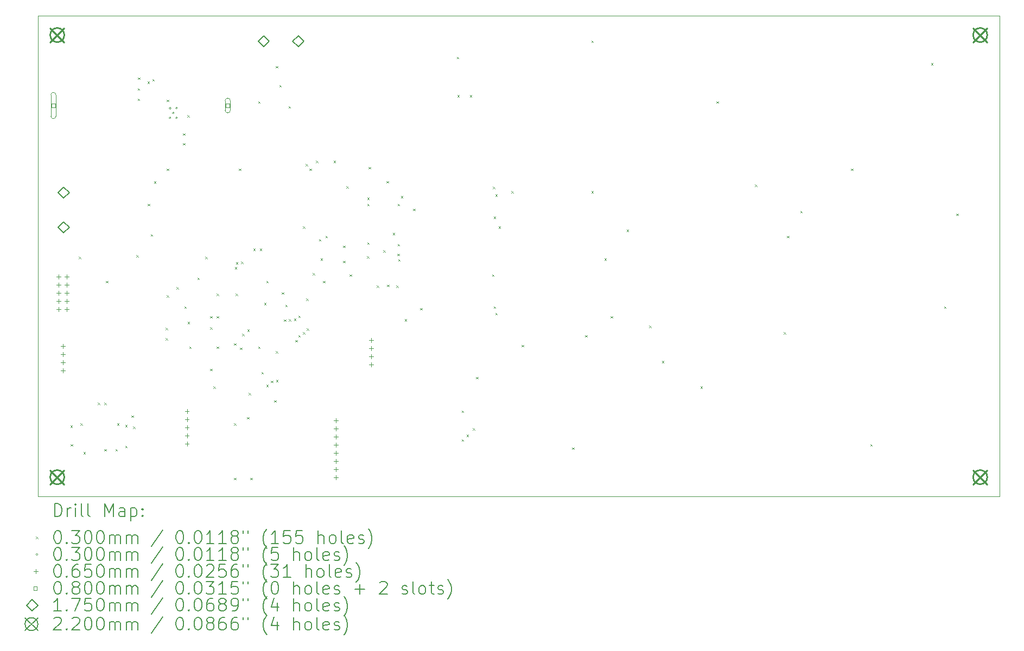
<source format=gbr>
%TF.GenerationSoftware,KiCad,Pcbnew,8.0.2-8.0.2-0~ubuntu22.04.1*%
%TF.CreationDate,2024-05-15T13:27:15-04:00*%
%TF.ProjectId,holiday-widget,686f6c69-6461-4792-9d77-69646765742e,1.0*%
%TF.SameCoordinates,Original*%
%TF.FileFunction,Drillmap*%
%TF.FilePolarity,Positive*%
%FSLAX45Y45*%
G04 Gerber Fmt 4.5, Leading zero omitted, Abs format (unit mm)*
G04 Created by KiCad (PCBNEW 8.0.2-8.0.2-0~ubuntu22.04.1) date 2024-05-15 13:27:15*
%MOMM*%
%LPD*%
G01*
G04 APERTURE LIST*
%ADD10C,0.050000*%
%ADD11C,0.200000*%
%ADD12C,0.100000*%
%ADD13C,0.175000*%
%ADD14C,0.220000*%
G04 APERTURE END LIST*
D10*
X11400000Y-7150000D02*
X26400000Y-7150000D01*
X26400000Y-14650000D01*
X11400000Y-14650000D01*
X11400000Y-7150000D01*
D11*
D12*
X11904290Y-13540710D02*
X11934290Y-13570710D01*
X11934290Y-13540710D02*
X11904290Y-13570710D01*
X11910000Y-13835000D02*
X11940000Y-13865000D01*
X11940000Y-13835000D02*
X11910000Y-13865000D01*
X12035000Y-10910000D02*
X12065000Y-10940000D01*
X12065000Y-10910000D02*
X12035000Y-10940000D01*
X12060000Y-13510000D02*
X12090000Y-13540000D01*
X12090000Y-13510000D02*
X12060000Y-13540000D01*
X12110000Y-13960000D02*
X12140000Y-13990000D01*
X12140000Y-13960000D02*
X12110000Y-13990000D01*
X12335000Y-13185000D02*
X12365000Y-13215000D01*
X12365000Y-13185000D02*
X12335000Y-13215000D01*
X12435000Y-13185000D02*
X12465000Y-13215000D01*
X12465000Y-13185000D02*
X12435000Y-13215000D01*
X12435000Y-13910000D02*
X12465000Y-13940000D01*
X12465000Y-13910000D02*
X12435000Y-13940000D01*
X12460000Y-11285000D02*
X12490000Y-11315000D01*
X12490000Y-11285000D02*
X12460000Y-11315000D01*
X12610000Y-13910000D02*
X12640000Y-13940000D01*
X12640000Y-13910000D02*
X12610000Y-13940000D01*
X12635000Y-13510000D02*
X12665000Y-13540000D01*
X12665000Y-13510000D02*
X12635000Y-13540000D01*
X12760000Y-13535000D02*
X12790000Y-13565000D01*
X12790000Y-13535000D02*
X12760000Y-13565000D01*
X12760000Y-13860000D02*
X12790000Y-13890000D01*
X12790000Y-13860000D02*
X12760000Y-13890000D01*
X12860000Y-13385000D02*
X12890000Y-13415000D01*
X12890000Y-13385000D02*
X12860000Y-13415000D01*
X12885000Y-13560000D02*
X12915000Y-13590000D01*
X12915000Y-13560000D02*
X12885000Y-13590000D01*
X12935000Y-10885000D02*
X12965000Y-10915000D01*
X12965000Y-10885000D02*
X12935000Y-10915000D01*
X12955961Y-8441254D02*
X12985961Y-8471254D01*
X12985961Y-8441254D02*
X12955961Y-8471254D01*
X12956705Y-8281165D02*
X12986705Y-8311165D01*
X12986705Y-8281165D02*
X12956705Y-8311165D01*
X12960000Y-8110000D02*
X12990000Y-8140000D01*
X12990000Y-8110000D02*
X12960000Y-8140000D01*
X13109262Y-8174451D02*
X13139262Y-8204451D01*
X13139262Y-8174451D02*
X13109262Y-8204451D01*
X13110000Y-10085000D02*
X13140000Y-10115000D01*
X13140000Y-10085000D02*
X13110000Y-10115000D01*
X13160000Y-10560000D02*
X13190000Y-10590000D01*
X13190000Y-10560000D02*
X13160000Y-10590000D01*
X13185000Y-8135000D02*
X13215000Y-8165000D01*
X13215000Y-8135000D02*
X13185000Y-8165000D01*
X13210000Y-9735000D02*
X13240000Y-9765000D01*
X13240000Y-9735000D02*
X13210000Y-9765000D01*
X13392565Y-12017565D02*
X13422565Y-12047565D01*
X13422565Y-12017565D02*
X13392565Y-12047565D01*
X13393183Y-12178567D02*
X13423183Y-12208567D01*
X13423183Y-12178567D02*
X13393183Y-12208567D01*
X13406665Y-8459771D02*
X13436665Y-8489771D01*
X13436665Y-8459771D02*
X13406665Y-8489771D01*
X13410000Y-9535000D02*
X13440000Y-9565000D01*
X13440000Y-9535000D02*
X13410000Y-9565000D01*
X13410000Y-11510000D02*
X13440000Y-11540000D01*
X13440000Y-11510000D02*
X13410000Y-11540000D01*
X13560000Y-11385000D02*
X13590000Y-11415000D01*
X13590000Y-11385000D02*
X13560000Y-11415000D01*
X13660000Y-8985000D02*
X13690000Y-9015000D01*
X13690000Y-8985000D02*
X13660000Y-9015000D01*
X13660000Y-9135000D02*
X13690000Y-9165000D01*
X13690000Y-9135000D02*
X13660000Y-9165000D01*
X13685000Y-11683873D02*
X13715000Y-11713873D01*
X13715000Y-11683873D02*
X13685000Y-11713873D01*
X13730000Y-8701905D02*
X13760000Y-8731905D01*
X13760000Y-8701905D02*
X13730000Y-8731905D01*
X13735000Y-11923873D02*
X13765000Y-11953873D01*
X13765000Y-11923873D02*
X13735000Y-11953873D01*
X13760000Y-12310000D02*
X13790000Y-12340000D01*
X13790000Y-12310000D02*
X13760000Y-12340000D01*
X13885000Y-11235000D02*
X13915000Y-11265000D01*
X13915000Y-11235000D02*
X13885000Y-11265000D01*
X14010000Y-10910000D02*
X14040000Y-10940000D01*
X14040000Y-10910000D02*
X14010000Y-10940000D01*
X14085000Y-11835000D02*
X14115000Y-11865000D01*
X14115000Y-11835000D02*
X14085000Y-11865000D01*
X14085000Y-12010000D02*
X14115000Y-12040000D01*
X14115000Y-12010000D02*
X14085000Y-12040000D01*
X14085000Y-12660000D02*
X14115000Y-12690000D01*
X14115000Y-12660000D02*
X14085000Y-12690000D01*
X14135000Y-12935000D02*
X14165000Y-12965000D01*
X14165000Y-12935000D02*
X14135000Y-12965000D01*
X14185000Y-11485000D02*
X14215000Y-11515000D01*
X14215000Y-11485000D02*
X14185000Y-11515000D01*
X14185000Y-11835000D02*
X14215000Y-11865000D01*
X14215000Y-11835000D02*
X14185000Y-11865000D01*
X14185000Y-12310000D02*
X14215000Y-12340000D01*
X14215000Y-12310000D02*
X14185000Y-12340000D01*
X14460000Y-12260000D02*
X14490000Y-12290000D01*
X14490000Y-12260000D02*
X14460000Y-12290000D01*
X14460000Y-13510000D02*
X14490000Y-13540000D01*
X14490000Y-13510000D02*
X14460000Y-13540000D01*
X14460000Y-14360000D02*
X14490000Y-14390000D01*
X14490000Y-14360000D02*
X14460000Y-14390000D01*
X14472502Y-11072502D02*
X14502502Y-11102502D01*
X14502502Y-11072502D02*
X14472502Y-11102502D01*
X14485000Y-11485000D02*
X14515000Y-11515000D01*
X14515000Y-11485000D02*
X14485000Y-11515000D01*
X14488188Y-10994055D02*
X14518188Y-11024055D01*
X14518188Y-10994055D02*
X14488188Y-11024055D01*
X14535000Y-9535000D02*
X14565000Y-9565000D01*
X14565000Y-9535000D02*
X14535000Y-9565000D01*
X14550147Y-12329705D02*
X14580147Y-12359705D01*
X14580147Y-12329705D02*
X14550147Y-12359705D01*
X14567560Y-10984047D02*
X14597560Y-11014047D01*
X14597560Y-10984047D02*
X14567560Y-11014047D01*
X14585000Y-12110000D02*
X14615000Y-12140000D01*
X14615000Y-12110000D02*
X14585000Y-12140000D01*
X14660000Y-13410000D02*
X14690000Y-13440000D01*
X14690000Y-13410000D02*
X14660000Y-13440000D01*
X14665147Y-12045000D02*
X14695147Y-12075000D01*
X14695147Y-12045000D02*
X14665147Y-12075000D01*
X14685000Y-13035000D02*
X14715000Y-13065000D01*
X14715000Y-13035000D02*
X14685000Y-13065000D01*
X14710000Y-14360000D02*
X14740000Y-14390000D01*
X14740000Y-14360000D02*
X14710000Y-14390000D01*
X14760000Y-10785000D02*
X14790000Y-10815000D01*
X14790000Y-10785000D02*
X14760000Y-10815000D01*
X14835000Y-8485000D02*
X14865000Y-8515000D01*
X14865000Y-8485000D02*
X14835000Y-8515000D01*
X14835000Y-12310000D02*
X14865000Y-12340000D01*
X14865000Y-12310000D02*
X14835000Y-12340000D01*
X14860000Y-10785000D02*
X14890000Y-10815000D01*
X14890000Y-10785000D02*
X14860000Y-10815000D01*
X14885000Y-12710000D02*
X14915000Y-12740000D01*
X14915000Y-12710000D02*
X14885000Y-12740000D01*
X14928139Y-11628139D02*
X14958139Y-11658139D01*
X14958139Y-11628139D02*
X14928139Y-11658139D01*
X14960000Y-11285000D02*
X14990000Y-11315000D01*
X14990000Y-11285000D02*
X14960000Y-11315000D01*
X14960000Y-12910000D02*
X14990000Y-12940000D01*
X14990000Y-12910000D02*
X14960000Y-12940000D01*
X15035000Y-12845000D02*
X15065000Y-12875000D01*
X15065000Y-12845000D02*
X15035000Y-12875000D01*
X15085000Y-13150000D02*
X15115000Y-13180000D01*
X15115000Y-13150000D02*
X15085000Y-13180000D01*
X15110000Y-7935000D02*
X15140000Y-7965000D01*
X15140000Y-7935000D02*
X15110000Y-7965000D01*
X15110000Y-12385000D02*
X15140000Y-12415000D01*
X15140000Y-12385000D02*
X15110000Y-12415000D01*
X15113848Y-12831472D02*
X15143848Y-12861472D01*
X15143848Y-12831472D02*
X15113848Y-12861472D01*
X15166106Y-8231202D02*
X15196106Y-8261202D01*
X15196106Y-8231202D02*
X15166106Y-8261202D01*
X15205073Y-11464926D02*
X15235073Y-11494926D01*
X15235073Y-11464926D02*
X15205073Y-11494926D01*
X15235000Y-11888873D02*
X15265000Y-11918873D01*
X15265000Y-11888873D02*
X15235000Y-11918873D01*
X15260000Y-11660000D02*
X15290000Y-11690000D01*
X15290000Y-11660000D02*
X15260000Y-11690000D01*
X15310000Y-8560000D02*
X15340000Y-8590000D01*
X15340000Y-8560000D02*
X15310000Y-8590000D01*
X15315311Y-11884330D02*
X15345311Y-11914330D01*
X15345311Y-11884330D02*
X15315311Y-11914330D01*
X15394964Y-11876892D02*
X15424964Y-11906892D01*
X15424964Y-11876892D02*
X15394964Y-11906892D01*
X15415000Y-12210000D02*
X15445000Y-12240000D01*
X15445000Y-12210000D02*
X15415000Y-12240000D01*
X15459780Y-11830000D02*
X15489780Y-11860000D01*
X15489780Y-11830000D02*
X15459780Y-11860000D01*
X15460000Y-12135000D02*
X15490000Y-12165000D01*
X15490000Y-12135000D02*
X15460000Y-12165000D01*
X15535000Y-10435000D02*
X15565000Y-10465000D01*
X15565000Y-10435000D02*
X15535000Y-10465000D01*
X15535000Y-12085000D02*
X15565000Y-12115000D01*
X15565000Y-12085000D02*
X15535000Y-12115000D01*
X15575000Y-9460000D02*
X15605000Y-9490000D01*
X15605000Y-9460000D02*
X15575000Y-9490000D01*
X15585000Y-11560000D02*
X15615000Y-11590000D01*
X15615000Y-11560000D02*
X15585000Y-11590000D01*
X15591569Y-12028431D02*
X15621569Y-12058431D01*
X15621569Y-12028431D02*
X15591569Y-12058431D01*
X15635000Y-9535000D02*
X15665000Y-9565000D01*
X15665000Y-9535000D02*
X15635000Y-9565000D01*
X15685998Y-11164819D02*
X15715998Y-11194819D01*
X15715998Y-11164819D02*
X15685998Y-11194819D01*
X15735000Y-9410000D02*
X15765000Y-9440000D01*
X15765000Y-9410000D02*
X15735000Y-9440000D01*
X15785000Y-10635000D02*
X15815000Y-10665000D01*
X15815000Y-10635000D02*
X15785000Y-10665000D01*
X15810000Y-10935000D02*
X15840000Y-10965000D01*
X15840000Y-10935000D02*
X15810000Y-10965000D01*
X15846730Y-11287282D02*
X15876730Y-11317282D01*
X15876730Y-11287282D02*
X15846730Y-11317282D01*
X15885000Y-10585000D02*
X15915000Y-10615000D01*
X15915000Y-10585000D02*
X15885000Y-10615000D01*
X16010000Y-9410000D02*
X16040000Y-9440000D01*
X16040000Y-9410000D02*
X16010000Y-9440000D01*
X16160000Y-10735000D02*
X16190000Y-10765000D01*
X16190000Y-10735000D02*
X16160000Y-10765000D01*
X16160000Y-10975000D02*
X16190000Y-11005000D01*
X16190000Y-10975000D02*
X16160000Y-11005000D01*
X16210000Y-9810000D02*
X16240000Y-9840000D01*
X16240000Y-9810000D02*
X16210000Y-9840000D01*
X16260000Y-11185000D02*
X16290000Y-11215000D01*
X16290000Y-11185000D02*
X16260000Y-11215000D01*
X16533895Y-10900499D02*
X16563895Y-10930499D01*
X16563895Y-10900499D02*
X16533895Y-10930499D01*
X16535000Y-9985000D02*
X16565000Y-10015000D01*
X16565000Y-9985000D02*
X16535000Y-10015000D01*
X16535000Y-10085000D02*
X16565000Y-10115000D01*
X16565000Y-10085000D02*
X16535000Y-10115000D01*
X16535000Y-10685000D02*
X16565000Y-10715000D01*
X16565000Y-10685000D02*
X16535000Y-10715000D01*
X16560000Y-9510000D02*
X16590000Y-9540000D01*
X16590000Y-9510000D02*
X16560000Y-9540000D01*
X16685000Y-11360000D02*
X16715000Y-11390000D01*
X16715000Y-11360000D02*
X16685000Y-11390000D01*
X16785000Y-10810000D02*
X16815000Y-10840000D01*
X16815000Y-10810000D02*
X16785000Y-10840000D01*
X16835000Y-9727500D02*
X16865000Y-9757500D01*
X16865000Y-9727500D02*
X16835000Y-9757500D01*
X16846114Y-11347420D02*
X16876114Y-11377420D01*
X16876114Y-11347420D02*
X16846114Y-11377420D01*
X16935000Y-10535000D02*
X16965000Y-10565000D01*
X16965000Y-10535000D02*
X16935000Y-10565000D01*
X16991538Y-11358354D02*
X17021538Y-11388354D01*
X17021538Y-11358354D02*
X16991538Y-11388354D01*
X17005074Y-10864927D02*
X17035074Y-10894927D01*
X17035074Y-10864927D02*
X17005074Y-10894927D01*
X17010000Y-10085000D02*
X17040000Y-10115000D01*
X17040000Y-10085000D02*
X17010000Y-10115000D01*
X17010000Y-10710000D02*
X17040000Y-10740000D01*
X17040000Y-10710000D02*
X17010000Y-10740000D01*
X17020216Y-10949542D02*
X17050216Y-10979542D01*
X17050216Y-10949542D02*
X17020216Y-10979542D01*
X17060000Y-9960000D02*
X17090000Y-9990000D01*
X17090000Y-9960000D02*
X17060000Y-9990000D01*
X17120000Y-11885000D02*
X17150000Y-11915000D01*
X17150000Y-11885000D02*
X17120000Y-11915000D01*
X17250000Y-10160000D02*
X17280000Y-10190000D01*
X17280000Y-10160000D02*
X17250000Y-10190000D01*
X17360000Y-11710000D02*
X17390000Y-11740000D01*
X17390000Y-11710000D02*
X17360000Y-11740000D01*
X17934487Y-7789954D02*
X17964487Y-7819954D01*
X17964487Y-7789954D02*
X17934487Y-7819954D01*
X17943599Y-8385866D02*
X17973599Y-8415866D01*
X17973599Y-8385866D02*
X17943599Y-8415866D01*
X18010000Y-13310000D02*
X18040000Y-13340000D01*
X18040000Y-13310000D02*
X18010000Y-13340000D01*
X18010000Y-13760000D02*
X18040000Y-13790000D01*
X18040000Y-13760000D02*
X18010000Y-13790000D01*
X18085000Y-13685000D02*
X18115000Y-13715000D01*
X18115000Y-13685000D02*
X18085000Y-13715000D01*
X18135000Y-8385000D02*
X18165000Y-8415000D01*
X18165000Y-8385000D02*
X18135000Y-8415000D01*
X18185000Y-13585000D02*
X18215000Y-13615000D01*
X18215000Y-13585000D02*
X18185000Y-13615000D01*
X18235000Y-12785000D02*
X18265000Y-12815000D01*
X18265000Y-12785000D02*
X18235000Y-12815000D01*
X18485000Y-11185000D02*
X18515000Y-11215000D01*
X18515000Y-11185000D02*
X18485000Y-11215000D01*
X18497771Y-9815372D02*
X18527771Y-9845372D01*
X18527771Y-9815372D02*
X18497771Y-9845372D01*
X18510000Y-10285000D02*
X18540000Y-10315000D01*
X18540000Y-10285000D02*
X18510000Y-10315000D01*
X18510000Y-11685000D02*
X18540000Y-11715000D01*
X18540000Y-11685000D02*
X18510000Y-11715000D01*
X18535000Y-9935000D02*
X18565000Y-9965000D01*
X18565000Y-9935000D02*
X18535000Y-9965000D01*
X18535000Y-11785000D02*
X18565000Y-11815000D01*
X18565000Y-11785000D02*
X18535000Y-11815000D01*
X18585000Y-10435000D02*
X18615000Y-10465000D01*
X18615000Y-10435000D02*
X18585000Y-10465000D01*
X18785000Y-9885000D02*
X18815000Y-9915000D01*
X18815000Y-9885000D02*
X18785000Y-9915000D01*
X18947500Y-12285000D02*
X18977500Y-12315000D01*
X18977500Y-12285000D02*
X18947500Y-12315000D01*
X19735000Y-13885000D02*
X19765000Y-13915000D01*
X19765000Y-13885000D02*
X19735000Y-13915000D01*
X19935000Y-12135000D02*
X19965000Y-12165000D01*
X19965000Y-12135000D02*
X19935000Y-12165000D01*
X20035000Y-7535000D02*
X20065000Y-7565000D01*
X20065000Y-7535000D02*
X20035000Y-7565000D01*
X20035000Y-9885000D02*
X20065000Y-9915000D01*
X20065000Y-9885000D02*
X20035000Y-9915000D01*
X20235000Y-10935000D02*
X20265000Y-10965000D01*
X20265000Y-10935000D02*
X20235000Y-10965000D01*
X20335000Y-11835000D02*
X20365000Y-11865000D01*
X20365000Y-11835000D02*
X20335000Y-11865000D01*
X20585000Y-10485000D02*
X20615000Y-10515000D01*
X20615000Y-10485000D02*
X20585000Y-10515000D01*
X20935000Y-11985000D02*
X20965000Y-12015000D01*
X20965000Y-11985000D02*
X20935000Y-12015000D01*
X21135000Y-12535000D02*
X21165000Y-12565000D01*
X21165000Y-12535000D02*
X21135000Y-12565000D01*
X21735000Y-12935000D02*
X21765000Y-12965000D01*
X21765000Y-12935000D02*
X21735000Y-12965000D01*
X21985000Y-8485000D02*
X22015000Y-8515000D01*
X22015000Y-8485000D02*
X21985000Y-8515000D01*
X22585000Y-9785000D02*
X22615000Y-9815000D01*
X22615000Y-9785000D02*
X22585000Y-9815000D01*
X23035000Y-12085000D02*
X23065000Y-12115000D01*
X23065000Y-12085000D02*
X23035000Y-12115000D01*
X23085000Y-10585000D02*
X23115000Y-10615000D01*
X23115000Y-10585000D02*
X23085000Y-10615000D01*
X23294090Y-10194090D02*
X23324090Y-10224090D01*
X23324090Y-10194090D02*
X23294090Y-10224090D01*
X24085000Y-9535000D02*
X24115000Y-9565000D01*
X24115000Y-9535000D02*
X24085000Y-9565000D01*
X24385000Y-13835000D02*
X24415000Y-13865000D01*
X24415000Y-13835000D02*
X24385000Y-13865000D01*
X25335000Y-7885000D02*
X25365000Y-7915000D01*
X25365000Y-7885000D02*
X25335000Y-7915000D01*
X25535000Y-11685000D02*
X25565000Y-11715000D01*
X25565000Y-11685000D02*
X25535000Y-11715000D01*
X25725000Y-10235000D02*
X25755000Y-10265000D01*
X25755000Y-10235000D02*
X25725000Y-10265000D01*
X13475620Y-8591905D02*
G75*
G02*
X13445620Y-8591905I-15000J0D01*
G01*
X13445620Y-8591905D02*
G75*
G02*
X13475620Y-8591905I15000J0D01*
G01*
X13475620Y-8741905D02*
G75*
G02*
X13445620Y-8741905I-15000J0D01*
G01*
X13445620Y-8741905D02*
G75*
G02*
X13475620Y-8741905I15000J0D01*
G01*
X13525620Y-8666905D02*
G75*
G02*
X13495620Y-8666905I-15000J0D01*
G01*
X13495620Y-8666905D02*
G75*
G02*
X13525620Y-8666905I15000J0D01*
G01*
X13575620Y-8591905D02*
G75*
G02*
X13545620Y-8591905I-15000J0D01*
G01*
X13545620Y-8591905D02*
G75*
G02*
X13575620Y-8591905I15000J0D01*
G01*
X13575620Y-8741905D02*
G75*
G02*
X13545620Y-8741905I-15000J0D01*
G01*
X13545620Y-8741905D02*
G75*
G02*
X13575620Y-8741905I15000J0D01*
G01*
X11723000Y-11186500D02*
X11723000Y-11251500D01*
X11690500Y-11219000D02*
X11755500Y-11219000D01*
X11723000Y-11313500D02*
X11723000Y-11378500D01*
X11690500Y-11346000D02*
X11755500Y-11346000D01*
X11723000Y-11440500D02*
X11723000Y-11505500D01*
X11690500Y-11473000D02*
X11755500Y-11473000D01*
X11723000Y-11567500D02*
X11723000Y-11632500D01*
X11690500Y-11600000D02*
X11755500Y-11600000D01*
X11723000Y-11694500D02*
X11723000Y-11759500D01*
X11690500Y-11727000D02*
X11755500Y-11727000D01*
X11787536Y-12270735D02*
X11787536Y-12335735D01*
X11755036Y-12303235D02*
X11820036Y-12303235D01*
X11787536Y-12397735D02*
X11787536Y-12462735D01*
X11755036Y-12430235D02*
X11820036Y-12430235D01*
X11787536Y-12524735D02*
X11787536Y-12589735D01*
X11755036Y-12557235D02*
X11820036Y-12557235D01*
X11787536Y-12651735D02*
X11787536Y-12716735D01*
X11755036Y-12684235D02*
X11820036Y-12684235D01*
X11850000Y-11186500D02*
X11850000Y-11251500D01*
X11817500Y-11219000D02*
X11882500Y-11219000D01*
X11850000Y-11313500D02*
X11850000Y-11378500D01*
X11817500Y-11346000D02*
X11882500Y-11346000D01*
X11850000Y-11440500D02*
X11850000Y-11505500D01*
X11817500Y-11473000D02*
X11882500Y-11473000D01*
X11850000Y-11567500D02*
X11850000Y-11632500D01*
X11817500Y-11600000D02*
X11882500Y-11600000D01*
X11850000Y-11694500D02*
X11850000Y-11759500D01*
X11817500Y-11727000D02*
X11882500Y-11727000D01*
X13725000Y-13286500D02*
X13725000Y-13351500D01*
X13692500Y-13319000D02*
X13757500Y-13319000D01*
X13725000Y-13413500D02*
X13725000Y-13478500D01*
X13692500Y-13446000D02*
X13757500Y-13446000D01*
X13725000Y-13540500D02*
X13725000Y-13605500D01*
X13692500Y-13573000D02*
X13757500Y-13573000D01*
X13725000Y-13667500D02*
X13725000Y-13732500D01*
X13692500Y-13700000D02*
X13757500Y-13700000D01*
X13725000Y-13794500D02*
X13725000Y-13859500D01*
X13692500Y-13827000D02*
X13757500Y-13827000D01*
X16050000Y-13434500D02*
X16050000Y-13499500D01*
X16017500Y-13467000D02*
X16082500Y-13467000D01*
X16050000Y-13561500D02*
X16050000Y-13626500D01*
X16017500Y-13594000D02*
X16082500Y-13594000D01*
X16050000Y-13688500D02*
X16050000Y-13753500D01*
X16017500Y-13721000D02*
X16082500Y-13721000D01*
X16050000Y-13815500D02*
X16050000Y-13880500D01*
X16017500Y-13848000D02*
X16082500Y-13848000D01*
X16050000Y-13942500D02*
X16050000Y-14007500D01*
X16017500Y-13975000D02*
X16082500Y-13975000D01*
X16050000Y-14069500D02*
X16050000Y-14134500D01*
X16017500Y-14102000D02*
X16082500Y-14102000D01*
X16050000Y-14196500D02*
X16050000Y-14261500D01*
X16017500Y-14229000D02*
X16082500Y-14229000D01*
X16050000Y-14323500D02*
X16050000Y-14388500D01*
X16017500Y-14356000D02*
X16082500Y-14356000D01*
X16600000Y-12181500D02*
X16600000Y-12246500D01*
X16567500Y-12214000D02*
X16632500Y-12214000D01*
X16600000Y-12308500D02*
X16600000Y-12373500D01*
X16567500Y-12341000D02*
X16632500Y-12341000D01*
X16600000Y-12435500D02*
X16600000Y-12500500D01*
X16567500Y-12468000D02*
X16632500Y-12468000D01*
X16600000Y-12562500D02*
X16600000Y-12627500D01*
X16567500Y-12595000D02*
X16632500Y-12595000D01*
X11668284Y-8578285D02*
X11668284Y-8521716D01*
X11611715Y-8521716D01*
X11611715Y-8578285D01*
X11668284Y-8578285D01*
X11600000Y-8385000D02*
X11600000Y-8715000D01*
X11680000Y-8715000D02*
G75*
G02*
X11600000Y-8715000I-40000J0D01*
G01*
X11680000Y-8715000D02*
X11680000Y-8385000D01*
X11680000Y-8385000D02*
G75*
G03*
X11600000Y-8385000I-40000J0D01*
G01*
X14388284Y-8578285D02*
X14388284Y-8521716D01*
X14331715Y-8521716D01*
X14331715Y-8578285D01*
X14388284Y-8578285D01*
X14320000Y-8475000D02*
X14320000Y-8625000D01*
X14400000Y-8625000D02*
G75*
G02*
X14320000Y-8625000I-40000J0D01*
G01*
X14400000Y-8625000D02*
X14400000Y-8475000D01*
X14400000Y-8475000D02*
G75*
G03*
X14320000Y-8475000I-40000J0D01*
G01*
D13*
X11800000Y-9997500D02*
X11887500Y-9910000D01*
X11800000Y-9822500D01*
X11712500Y-9910000D01*
X11800000Y-9997500D01*
X11800000Y-10537500D02*
X11887500Y-10450000D01*
X11800000Y-10362500D01*
X11712500Y-10450000D01*
X11800000Y-10537500D01*
X14920727Y-7635036D02*
X15008227Y-7547536D01*
X14920727Y-7460036D01*
X14833227Y-7547536D01*
X14920727Y-7635036D01*
X15460727Y-7635036D02*
X15548227Y-7547536D01*
X15460727Y-7460036D01*
X15373227Y-7547536D01*
X15460727Y-7635036D01*
D14*
X11590000Y-7340000D02*
X11810000Y-7560000D01*
X11810000Y-7340000D02*
X11590000Y-7560000D01*
X11810000Y-7450000D02*
G75*
G02*
X11590000Y-7450000I-110000J0D01*
G01*
X11590000Y-7450000D02*
G75*
G02*
X11810000Y-7450000I110000J0D01*
G01*
X11590000Y-14240000D02*
X11810000Y-14460000D01*
X11810000Y-14240000D02*
X11590000Y-14460000D01*
X11810000Y-14350000D02*
G75*
G02*
X11590000Y-14350000I-110000J0D01*
G01*
X11590000Y-14350000D02*
G75*
G02*
X11810000Y-14350000I110000J0D01*
G01*
X25990000Y-7340000D02*
X26210000Y-7560000D01*
X26210000Y-7340000D02*
X25990000Y-7560000D01*
X26210000Y-7450000D02*
G75*
G02*
X25990000Y-7450000I-110000J0D01*
G01*
X25990000Y-7450000D02*
G75*
G02*
X26210000Y-7450000I110000J0D01*
G01*
X25990000Y-14240000D02*
X26210000Y-14460000D01*
X26210000Y-14240000D02*
X25990000Y-14460000D01*
X26210000Y-14350000D02*
G75*
G02*
X25990000Y-14350000I-110000J0D01*
G01*
X25990000Y-14350000D02*
G75*
G02*
X26210000Y-14350000I110000J0D01*
G01*
D11*
X11658277Y-14963984D02*
X11658277Y-14763984D01*
X11658277Y-14763984D02*
X11705896Y-14763984D01*
X11705896Y-14763984D02*
X11734467Y-14773508D01*
X11734467Y-14773508D02*
X11753515Y-14792555D01*
X11753515Y-14792555D02*
X11763039Y-14811603D01*
X11763039Y-14811603D02*
X11772562Y-14849698D01*
X11772562Y-14849698D02*
X11772562Y-14878269D01*
X11772562Y-14878269D02*
X11763039Y-14916365D01*
X11763039Y-14916365D02*
X11753515Y-14935412D01*
X11753515Y-14935412D02*
X11734467Y-14954460D01*
X11734467Y-14954460D02*
X11705896Y-14963984D01*
X11705896Y-14963984D02*
X11658277Y-14963984D01*
X11858277Y-14963984D02*
X11858277Y-14830650D01*
X11858277Y-14868746D02*
X11867801Y-14849698D01*
X11867801Y-14849698D02*
X11877324Y-14840174D01*
X11877324Y-14840174D02*
X11896372Y-14830650D01*
X11896372Y-14830650D02*
X11915420Y-14830650D01*
X11982086Y-14963984D02*
X11982086Y-14830650D01*
X11982086Y-14763984D02*
X11972562Y-14773508D01*
X11972562Y-14773508D02*
X11982086Y-14783031D01*
X11982086Y-14783031D02*
X11991610Y-14773508D01*
X11991610Y-14773508D02*
X11982086Y-14763984D01*
X11982086Y-14763984D02*
X11982086Y-14783031D01*
X12105896Y-14963984D02*
X12086848Y-14954460D01*
X12086848Y-14954460D02*
X12077324Y-14935412D01*
X12077324Y-14935412D02*
X12077324Y-14763984D01*
X12210658Y-14963984D02*
X12191610Y-14954460D01*
X12191610Y-14954460D02*
X12182086Y-14935412D01*
X12182086Y-14935412D02*
X12182086Y-14763984D01*
X12439229Y-14963984D02*
X12439229Y-14763984D01*
X12439229Y-14763984D02*
X12505896Y-14906841D01*
X12505896Y-14906841D02*
X12572562Y-14763984D01*
X12572562Y-14763984D02*
X12572562Y-14963984D01*
X12753515Y-14963984D02*
X12753515Y-14859222D01*
X12753515Y-14859222D02*
X12743991Y-14840174D01*
X12743991Y-14840174D02*
X12724943Y-14830650D01*
X12724943Y-14830650D02*
X12686848Y-14830650D01*
X12686848Y-14830650D02*
X12667801Y-14840174D01*
X12753515Y-14954460D02*
X12734467Y-14963984D01*
X12734467Y-14963984D02*
X12686848Y-14963984D01*
X12686848Y-14963984D02*
X12667801Y-14954460D01*
X12667801Y-14954460D02*
X12658277Y-14935412D01*
X12658277Y-14935412D02*
X12658277Y-14916365D01*
X12658277Y-14916365D02*
X12667801Y-14897317D01*
X12667801Y-14897317D02*
X12686848Y-14887793D01*
X12686848Y-14887793D02*
X12734467Y-14887793D01*
X12734467Y-14887793D02*
X12753515Y-14878269D01*
X12848753Y-14830650D02*
X12848753Y-15030650D01*
X12848753Y-14840174D02*
X12867801Y-14830650D01*
X12867801Y-14830650D02*
X12905896Y-14830650D01*
X12905896Y-14830650D02*
X12924943Y-14840174D01*
X12924943Y-14840174D02*
X12934467Y-14849698D01*
X12934467Y-14849698D02*
X12943991Y-14868746D01*
X12943991Y-14868746D02*
X12943991Y-14925888D01*
X12943991Y-14925888D02*
X12934467Y-14944936D01*
X12934467Y-14944936D02*
X12924943Y-14954460D01*
X12924943Y-14954460D02*
X12905896Y-14963984D01*
X12905896Y-14963984D02*
X12867801Y-14963984D01*
X12867801Y-14963984D02*
X12848753Y-14954460D01*
X13029705Y-14944936D02*
X13039229Y-14954460D01*
X13039229Y-14954460D02*
X13029705Y-14963984D01*
X13029705Y-14963984D02*
X13020182Y-14954460D01*
X13020182Y-14954460D02*
X13029705Y-14944936D01*
X13029705Y-14944936D02*
X13029705Y-14963984D01*
X13029705Y-14840174D02*
X13039229Y-14849698D01*
X13039229Y-14849698D02*
X13029705Y-14859222D01*
X13029705Y-14859222D02*
X13020182Y-14849698D01*
X13020182Y-14849698D02*
X13029705Y-14840174D01*
X13029705Y-14840174D02*
X13029705Y-14859222D01*
D12*
X11367500Y-15277500D02*
X11397500Y-15307500D01*
X11397500Y-15277500D02*
X11367500Y-15307500D01*
D11*
X11696372Y-15183984D02*
X11715420Y-15183984D01*
X11715420Y-15183984D02*
X11734467Y-15193508D01*
X11734467Y-15193508D02*
X11743991Y-15203031D01*
X11743991Y-15203031D02*
X11753515Y-15222079D01*
X11753515Y-15222079D02*
X11763039Y-15260174D01*
X11763039Y-15260174D02*
X11763039Y-15307793D01*
X11763039Y-15307793D02*
X11753515Y-15345888D01*
X11753515Y-15345888D02*
X11743991Y-15364936D01*
X11743991Y-15364936D02*
X11734467Y-15374460D01*
X11734467Y-15374460D02*
X11715420Y-15383984D01*
X11715420Y-15383984D02*
X11696372Y-15383984D01*
X11696372Y-15383984D02*
X11677324Y-15374460D01*
X11677324Y-15374460D02*
X11667801Y-15364936D01*
X11667801Y-15364936D02*
X11658277Y-15345888D01*
X11658277Y-15345888D02*
X11648753Y-15307793D01*
X11648753Y-15307793D02*
X11648753Y-15260174D01*
X11648753Y-15260174D02*
X11658277Y-15222079D01*
X11658277Y-15222079D02*
X11667801Y-15203031D01*
X11667801Y-15203031D02*
X11677324Y-15193508D01*
X11677324Y-15193508D02*
X11696372Y-15183984D01*
X11848753Y-15364936D02*
X11858277Y-15374460D01*
X11858277Y-15374460D02*
X11848753Y-15383984D01*
X11848753Y-15383984D02*
X11839229Y-15374460D01*
X11839229Y-15374460D02*
X11848753Y-15364936D01*
X11848753Y-15364936D02*
X11848753Y-15383984D01*
X11924943Y-15183984D02*
X12048753Y-15183984D01*
X12048753Y-15183984D02*
X11982086Y-15260174D01*
X11982086Y-15260174D02*
X12010658Y-15260174D01*
X12010658Y-15260174D02*
X12029705Y-15269698D01*
X12029705Y-15269698D02*
X12039229Y-15279222D01*
X12039229Y-15279222D02*
X12048753Y-15298269D01*
X12048753Y-15298269D02*
X12048753Y-15345888D01*
X12048753Y-15345888D02*
X12039229Y-15364936D01*
X12039229Y-15364936D02*
X12029705Y-15374460D01*
X12029705Y-15374460D02*
X12010658Y-15383984D01*
X12010658Y-15383984D02*
X11953515Y-15383984D01*
X11953515Y-15383984D02*
X11934467Y-15374460D01*
X11934467Y-15374460D02*
X11924943Y-15364936D01*
X12172562Y-15183984D02*
X12191610Y-15183984D01*
X12191610Y-15183984D02*
X12210658Y-15193508D01*
X12210658Y-15193508D02*
X12220182Y-15203031D01*
X12220182Y-15203031D02*
X12229705Y-15222079D01*
X12229705Y-15222079D02*
X12239229Y-15260174D01*
X12239229Y-15260174D02*
X12239229Y-15307793D01*
X12239229Y-15307793D02*
X12229705Y-15345888D01*
X12229705Y-15345888D02*
X12220182Y-15364936D01*
X12220182Y-15364936D02*
X12210658Y-15374460D01*
X12210658Y-15374460D02*
X12191610Y-15383984D01*
X12191610Y-15383984D02*
X12172562Y-15383984D01*
X12172562Y-15383984D02*
X12153515Y-15374460D01*
X12153515Y-15374460D02*
X12143991Y-15364936D01*
X12143991Y-15364936D02*
X12134467Y-15345888D01*
X12134467Y-15345888D02*
X12124943Y-15307793D01*
X12124943Y-15307793D02*
X12124943Y-15260174D01*
X12124943Y-15260174D02*
X12134467Y-15222079D01*
X12134467Y-15222079D02*
X12143991Y-15203031D01*
X12143991Y-15203031D02*
X12153515Y-15193508D01*
X12153515Y-15193508D02*
X12172562Y-15183984D01*
X12363039Y-15183984D02*
X12382086Y-15183984D01*
X12382086Y-15183984D02*
X12401134Y-15193508D01*
X12401134Y-15193508D02*
X12410658Y-15203031D01*
X12410658Y-15203031D02*
X12420182Y-15222079D01*
X12420182Y-15222079D02*
X12429705Y-15260174D01*
X12429705Y-15260174D02*
X12429705Y-15307793D01*
X12429705Y-15307793D02*
X12420182Y-15345888D01*
X12420182Y-15345888D02*
X12410658Y-15364936D01*
X12410658Y-15364936D02*
X12401134Y-15374460D01*
X12401134Y-15374460D02*
X12382086Y-15383984D01*
X12382086Y-15383984D02*
X12363039Y-15383984D01*
X12363039Y-15383984D02*
X12343991Y-15374460D01*
X12343991Y-15374460D02*
X12334467Y-15364936D01*
X12334467Y-15364936D02*
X12324943Y-15345888D01*
X12324943Y-15345888D02*
X12315420Y-15307793D01*
X12315420Y-15307793D02*
X12315420Y-15260174D01*
X12315420Y-15260174D02*
X12324943Y-15222079D01*
X12324943Y-15222079D02*
X12334467Y-15203031D01*
X12334467Y-15203031D02*
X12343991Y-15193508D01*
X12343991Y-15193508D02*
X12363039Y-15183984D01*
X12515420Y-15383984D02*
X12515420Y-15250650D01*
X12515420Y-15269698D02*
X12524943Y-15260174D01*
X12524943Y-15260174D02*
X12543991Y-15250650D01*
X12543991Y-15250650D02*
X12572563Y-15250650D01*
X12572563Y-15250650D02*
X12591610Y-15260174D01*
X12591610Y-15260174D02*
X12601134Y-15279222D01*
X12601134Y-15279222D02*
X12601134Y-15383984D01*
X12601134Y-15279222D02*
X12610658Y-15260174D01*
X12610658Y-15260174D02*
X12629705Y-15250650D01*
X12629705Y-15250650D02*
X12658277Y-15250650D01*
X12658277Y-15250650D02*
X12677324Y-15260174D01*
X12677324Y-15260174D02*
X12686848Y-15279222D01*
X12686848Y-15279222D02*
X12686848Y-15383984D01*
X12782086Y-15383984D02*
X12782086Y-15250650D01*
X12782086Y-15269698D02*
X12791610Y-15260174D01*
X12791610Y-15260174D02*
X12810658Y-15250650D01*
X12810658Y-15250650D02*
X12839229Y-15250650D01*
X12839229Y-15250650D02*
X12858277Y-15260174D01*
X12858277Y-15260174D02*
X12867801Y-15279222D01*
X12867801Y-15279222D02*
X12867801Y-15383984D01*
X12867801Y-15279222D02*
X12877324Y-15260174D01*
X12877324Y-15260174D02*
X12896372Y-15250650D01*
X12896372Y-15250650D02*
X12924943Y-15250650D01*
X12924943Y-15250650D02*
X12943991Y-15260174D01*
X12943991Y-15260174D02*
X12953515Y-15279222D01*
X12953515Y-15279222D02*
X12953515Y-15383984D01*
X13343991Y-15174460D02*
X13172563Y-15431603D01*
X13601134Y-15183984D02*
X13620182Y-15183984D01*
X13620182Y-15183984D02*
X13639229Y-15193508D01*
X13639229Y-15193508D02*
X13648753Y-15203031D01*
X13648753Y-15203031D02*
X13658277Y-15222079D01*
X13658277Y-15222079D02*
X13667801Y-15260174D01*
X13667801Y-15260174D02*
X13667801Y-15307793D01*
X13667801Y-15307793D02*
X13658277Y-15345888D01*
X13658277Y-15345888D02*
X13648753Y-15364936D01*
X13648753Y-15364936D02*
X13639229Y-15374460D01*
X13639229Y-15374460D02*
X13620182Y-15383984D01*
X13620182Y-15383984D02*
X13601134Y-15383984D01*
X13601134Y-15383984D02*
X13582086Y-15374460D01*
X13582086Y-15374460D02*
X13572563Y-15364936D01*
X13572563Y-15364936D02*
X13563039Y-15345888D01*
X13563039Y-15345888D02*
X13553515Y-15307793D01*
X13553515Y-15307793D02*
X13553515Y-15260174D01*
X13553515Y-15260174D02*
X13563039Y-15222079D01*
X13563039Y-15222079D02*
X13572563Y-15203031D01*
X13572563Y-15203031D02*
X13582086Y-15193508D01*
X13582086Y-15193508D02*
X13601134Y-15183984D01*
X13753515Y-15364936D02*
X13763039Y-15374460D01*
X13763039Y-15374460D02*
X13753515Y-15383984D01*
X13753515Y-15383984D02*
X13743991Y-15374460D01*
X13743991Y-15374460D02*
X13753515Y-15364936D01*
X13753515Y-15364936D02*
X13753515Y-15383984D01*
X13886848Y-15183984D02*
X13905896Y-15183984D01*
X13905896Y-15183984D02*
X13924944Y-15193508D01*
X13924944Y-15193508D02*
X13934467Y-15203031D01*
X13934467Y-15203031D02*
X13943991Y-15222079D01*
X13943991Y-15222079D02*
X13953515Y-15260174D01*
X13953515Y-15260174D02*
X13953515Y-15307793D01*
X13953515Y-15307793D02*
X13943991Y-15345888D01*
X13943991Y-15345888D02*
X13934467Y-15364936D01*
X13934467Y-15364936D02*
X13924944Y-15374460D01*
X13924944Y-15374460D02*
X13905896Y-15383984D01*
X13905896Y-15383984D02*
X13886848Y-15383984D01*
X13886848Y-15383984D02*
X13867801Y-15374460D01*
X13867801Y-15374460D02*
X13858277Y-15364936D01*
X13858277Y-15364936D02*
X13848753Y-15345888D01*
X13848753Y-15345888D02*
X13839229Y-15307793D01*
X13839229Y-15307793D02*
X13839229Y-15260174D01*
X13839229Y-15260174D02*
X13848753Y-15222079D01*
X13848753Y-15222079D02*
X13858277Y-15203031D01*
X13858277Y-15203031D02*
X13867801Y-15193508D01*
X13867801Y-15193508D02*
X13886848Y-15183984D01*
X14143991Y-15383984D02*
X14029706Y-15383984D01*
X14086848Y-15383984D02*
X14086848Y-15183984D01*
X14086848Y-15183984D02*
X14067801Y-15212555D01*
X14067801Y-15212555D02*
X14048753Y-15231603D01*
X14048753Y-15231603D02*
X14029706Y-15241127D01*
X14334467Y-15383984D02*
X14220182Y-15383984D01*
X14277325Y-15383984D02*
X14277325Y-15183984D01*
X14277325Y-15183984D02*
X14258277Y-15212555D01*
X14258277Y-15212555D02*
X14239229Y-15231603D01*
X14239229Y-15231603D02*
X14220182Y-15241127D01*
X14448753Y-15269698D02*
X14429706Y-15260174D01*
X14429706Y-15260174D02*
X14420182Y-15250650D01*
X14420182Y-15250650D02*
X14410658Y-15231603D01*
X14410658Y-15231603D02*
X14410658Y-15222079D01*
X14410658Y-15222079D02*
X14420182Y-15203031D01*
X14420182Y-15203031D02*
X14429706Y-15193508D01*
X14429706Y-15193508D02*
X14448753Y-15183984D01*
X14448753Y-15183984D02*
X14486848Y-15183984D01*
X14486848Y-15183984D02*
X14505896Y-15193508D01*
X14505896Y-15193508D02*
X14515420Y-15203031D01*
X14515420Y-15203031D02*
X14524944Y-15222079D01*
X14524944Y-15222079D02*
X14524944Y-15231603D01*
X14524944Y-15231603D02*
X14515420Y-15250650D01*
X14515420Y-15250650D02*
X14505896Y-15260174D01*
X14505896Y-15260174D02*
X14486848Y-15269698D01*
X14486848Y-15269698D02*
X14448753Y-15269698D01*
X14448753Y-15269698D02*
X14429706Y-15279222D01*
X14429706Y-15279222D02*
X14420182Y-15288746D01*
X14420182Y-15288746D02*
X14410658Y-15307793D01*
X14410658Y-15307793D02*
X14410658Y-15345888D01*
X14410658Y-15345888D02*
X14420182Y-15364936D01*
X14420182Y-15364936D02*
X14429706Y-15374460D01*
X14429706Y-15374460D02*
X14448753Y-15383984D01*
X14448753Y-15383984D02*
X14486848Y-15383984D01*
X14486848Y-15383984D02*
X14505896Y-15374460D01*
X14505896Y-15374460D02*
X14515420Y-15364936D01*
X14515420Y-15364936D02*
X14524944Y-15345888D01*
X14524944Y-15345888D02*
X14524944Y-15307793D01*
X14524944Y-15307793D02*
X14515420Y-15288746D01*
X14515420Y-15288746D02*
X14505896Y-15279222D01*
X14505896Y-15279222D02*
X14486848Y-15269698D01*
X14601134Y-15183984D02*
X14601134Y-15222079D01*
X14677325Y-15183984D02*
X14677325Y-15222079D01*
X14972563Y-15460174D02*
X14963039Y-15450650D01*
X14963039Y-15450650D02*
X14943991Y-15422079D01*
X14943991Y-15422079D02*
X14934468Y-15403031D01*
X14934468Y-15403031D02*
X14924944Y-15374460D01*
X14924944Y-15374460D02*
X14915420Y-15326841D01*
X14915420Y-15326841D02*
X14915420Y-15288746D01*
X14915420Y-15288746D02*
X14924944Y-15241127D01*
X14924944Y-15241127D02*
X14934468Y-15212555D01*
X14934468Y-15212555D02*
X14943991Y-15193508D01*
X14943991Y-15193508D02*
X14963039Y-15164936D01*
X14963039Y-15164936D02*
X14972563Y-15155412D01*
X15153515Y-15383984D02*
X15039229Y-15383984D01*
X15096372Y-15383984D02*
X15096372Y-15183984D01*
X15096372Y-15183984D02*
X15077325Y-15212555D01*
X15077325Y-15212555D02*
X15058277Y-15231603D01*
X15058277Y-15231603D02*
X15039229Y-15241127D01*
X15334468Y-15183984D02*
X15239229Y-15183984D01*
X15239229Y-15183984D02*
X15229706Y-15279222D01*
X15229706Y-15279222D02*
X15239229Y-15269698D01*
X15239229Y-15269698D02*
X15258277Y-15260174D01*
X15258277Y-15260174D02*
X15305896Y-15260174D01*
X15305896Y-15260174D02*
X15324944Y-15269698D01*
X15324944Y-15269698D02*
X15334468Y-15279222D01*
X15334468Y-15279222D02*
X15343991Y-15298269D01*
X15343991Y-15298269D02*
X15343991Y-15345888D01*
X15343991Y-15345888D02*
X15334468Y-15364936D01*
X15334468Y-15364936D02*
X15324944Y-15374460D01*
X15324944Y-15374460D02*
X15305896Y-15383984D01*
X15305896Y-15383984D02*
X15258277Y-15383984D01*
X15258277Y-15383984D02*
X15239229Y-15374460D01*
X15239229Y-15374460D02*
X15229706Y-15364936D01*
X15524944Y-15183984D02*
X15429706Y-15183984D01*
X15429706Y-15183984D02*
X15420182Y-15279222D01*
X15420182Y-15279222D02*
X15429706Y-15269698D01*
X15429706Y-15269698D02*
X15448753Y-15260174D01*
X15448753Y-15260174D02*
X15496372Y-15260174D01*
X15496372Y-15260174D02*
X15515420Y-15269698D01*
X15515420Y-15269698D02*
X15524944Y-15279222D01*
X15524944Y-15279222D02*
X15534468Y-15298269D01*
X15534468Y-15298269D02*
X15534468Y-15345888D01*
X15534468Y-15345888D02*
X15524944Y-15364936D01*
X15524944Y-15364936D02*
X15515420Y-15374460D01*
X15515420Y-15374460D02*
X15496372Y-15383984D01*
X15496372Y-15383984D02*
X15448753Y-15383984D01*
X15448753Y-15383984D02*
X15429706Y-15374460D01*
X15429706Y-15374460D02*
X15420182Y-15364936D01*
X15772563Y-15383984D02*
X15772563Y-15183984D01*
X15858277Y-15383984D02*
X15858277Y-15279222D01*
X15858277Y-15279222D02*
X15848753Y-15260174D01*
X15848753Y-15260174D02*
X15829706Y-15250650D01*
X15829706Y-15250650D02*
X15801134Y-15250650D01*
X15801134Y-15250650D02*
X15782087Y-15260174D01*
X15782087Y-15260174D02*
X15772563Y-15269698D01*
X15982087Y-15383984D02*
X15963039Y-15374460D01*
X15963039Y-15374460D02*
X15953515Y-15364936D01*
X15953515Y-15364936D02*
X15943991Y-15345888D01*
X15943991Y-15345888D02*
X15943991Y-15288746D01*
X15943991Y-15288746D02*
X15953515Y-15269698D01*
X15953515Y-15269698D02*
X15963039Y-15260174D01*
X15963039Y-15260174D02*
X15982087Y-15250650D01*
X15982087Y-15250650D02*
X16010658Y-15250650D01*
X16010658Y-15250650D02*
X16029706Y-15260174D01*
X16029706Y-15260174D02*
X16039230Y-15269698D01*
X16039230Y-15269698D02*
X16048753Y-15288746D01*
X16048753Y-15288746D02*
X16048753Y-15345888D01*
X16048753Y-15345888D02*
X16039230Y-15364936D01*
X16039230Y-15364936D02*
X16029706Y-15374460D01*
X16029706Y-15374460D02*
X16010658Y-15383984D01*
X16010658Y-15383984D02*
X15982087Y-15383984D01*
X16163039Y-15383984D02*
X16143991Y-15374460D01*
X16143991Y-15374460D02*
X16134468Y-15355412D01*
X16134468Y-15355412D02*
X16134468Y-15183984D01*
X16315420Y-15374460D02*
X16296372Y-15383984D01*
X16296372Y-15383984D02*
X16258277Y-15383984D01*
X16258277Y-15383984D02*
X16239230Y-15374460D01*
X16239230Y-15374460D02*
X16229706Y-15355412D01*
X16229706Y-15355412D02*
X16229706Y-15279222D01*
X16229706Y-15279222D02*
X16239230Y-15260174D01*
X16239230Y-15260174D02*
X16258277Y-15250650D01*
X16258277Y-15250650D02*
X16296372Y-15250650D01*
X16296372Y-15250650D02*
X16315420Y-15260174D01*
X16315420Y-15260174D02*
X16324944Y-15279222D01*
X16324944Y-15279222D02*
X16324944Y-15298269D01*
X16324944Y-15298269D02*
X16229706Y-15317317D01*
X16401134Y-15374460D02*
X16420182Y-15383984D01*
X16420182Y-15383984D02*
X16458277Y-15383984D01*
X16458277Y-15383984D02*
X16477325Y-15374460D01*
X16477325Y-15374460D02*
X16486849Y-15355412D01*
X16486849Y-15355412D02*
X16486849Y-15345888D01*
X16486849Y-15345888D02*
X16477325Y-15326841D01*
X16477325Y-15326841D02*
X16458277Y-15317317D01*
X16458277Y-15317317D02*
X16429706Y-15317317D01*
X16429706Y-15317317D02*
X16410658Y-15307793D01*
X16410658Y-15307793D02*
X16401134Y-15288746D01*
X16401134Y-15288746D02*
X16401134Y-15279222D01*
X16401134Y-15279222D02*
X16410658Y-15260174D01*
X16410658Y-15260174D02*
X16429706Y-15250650D01*
X16429706Y-15250650D02*
X16458277Y-15250650D01*
X16458277Y-15250650D02*
X16477325Y-15260174D01*
X16553515Y-15460174D02*
X16563039Y-15450650D01*
X16563039Y-15450650D02*
X16582087Y-15422079D01*
X16582087Y-15422079D02*
X16591611Y-15403031D01*
X16591611Y-15403031D02*
X16601134Y-15374460D01*
X16601134Y-15374460D02*
X16610658Y-15326841D01*
X16610658Y-15326841D02*
X16610658Y-15288746D01*
X16610658Y-15288746D02*
X16601134Y-15241127D01*
X16601134Y-15241127D02*
X16591611Y-15212555D01*
X16591611Y-15212555D02*
X16582087Y-15193508D01*
X16582087Y-15193508D02*
X16563039Y-15164936D01*
X16563039Y-15164936D02*
X16553515Y-15155412D01*
D12*
X11397500Y-15556500D02*
G75*
G02*
X11367500Y-15556500I-15000J0D01*
G01*
X11367500Y-15556500D02*
G75*
G02*
X11397500Y-15556500I15000J0D01*
G01*
D11*
X11696372Y-15447984D02*
X11715420Y-15447984D01*
X11715420Y-15447984D02*
X11734467Y-15457508D01*
X11734467Y-15457508D02*
X11743991Y-15467031D01*
X11743991Y-15467031D02*
X11753515Y-15486079D01*
X11753515Y-15486079D02*
X11763039Y-15524174D01*
X11763039Y-15524174D02*
X11763039Y-15571793D01*
X11763039Y-15571793D02*
X11753515Y-15609888D01*
X11753515Y-15609888D02*
X11743991Y-15628936D01*
X11743991Y-15628936D02*
X11734467Y-15638460D01*
X11734467Y-15638460D02*
X11715420Y-15647984D01*
X11715420Y-15647984D02*
X11696372Y-15647984D01*
X11696372Y-15647984D02*
X11677324Y-15638460D01*
X11677324Y-15638460D02*
X11667801Y-15628936D01*
X11667801Y-15628936D02*
X11658277Y-15609888D01*
X11658277Y-15609888D02*
X11648753Y-15571793D01*
X11648753Y-15571793D02*
X11648753Y-15524174D01*
X11648753Y-15524174D02*
X11658277Y-15486079D01*
X11658277Y-15486079D02*
X11667801Y-15467031D01*
X11667801Y-15467031D02*
X11677324Y-15457508D01*
X11677324Y-15457508D02*
X11696372Y-15447984D01*
X11848753Y-15628936D02*
X11858277Y-15638460D01*
X11858277Y-15638460D02*
X11848753Y-15647984D01*
X11848753Y-15647984D02*
X11839229Y-15638460D01*
X11839229Y-15638460D02*
X11848753Y-15628936D01*
X11848753Y-15628936D02*
X11848753Y-15647984D01*
X11924943Y-15447984D02*
X12048753Y-15447984D01*
X12048753Y-15447984D02*
X11982086Y-15524174D01*
X11982086Y-15524174D02*
X12010658Y-15524174D01*
X12010658Y-15524174D02*
X12029705Y-15533698D01*
X12029705Y-15533698D02*
X12039229Y-15543222D01*
X12039229Y-15543222D02*
X12048753Y-15562269D01*
X12048753Y-15562269D02*
X12048753Y-15609888D01*
X12048753Y-15609888D02*
X12039229Y-15628936D01*
X12039229Y-15628936D02*
X12029705Y-15638460D01*
X12029705Y-15638460D02*
X12010658Y-15647984D01*
X12010658Y-15647984D02*
X11953515Y-15647984D01*
X11953515Y-15647984D02*
X11934467Y-15638460D01*
X11934467Y-15638460D02*
X11924943Y-15628936D01*
X12172562Y-15447984D02*
X12191610Y-15447984D01*
X12191610Y-15447984D02*
X12210658Y-15457508D01*
X12210658Y-15457508D02*
X12220182Y-15467031D01*
X12220182Y-15467031D02*
X12229705Y-15486079D01*
X12229705Y-15486079D02*
X12239229Y-15524174D01*
X12239229Y-15524174D02*
X12239229Y-15571793D01*
X12239229Y-15571793D02*
X12229705Y-15609888D01*
X12229705Y-15609888D02*
X12220182Y-15628936D01*
X12220182Y-15628936D02*
X12210658Y-15638460D01*
X12210658Y-15638460D02*
X12191610Y-15647984D01*
X12191610Y-15647984D02*
X12172562Y-15647984D01*
X12172562Y-15647984D02*
X12153515Y-15638460D01*
X12153515Y-15638460D02*
X12143991Y-15628936D01*
X12143991Y-15628936D02*
X12134467Y-15609888D01*
X12134467Y-15609888D02*
X12124943Y-15571793D01*
X12124943Y-15571793D02*
X12124943Y-15524174D01*
X12124943Y-15524174D02*
X12134467Y-15486079D01*
X12134467Y-15486079D02*
X12143991Y-15467031D01*
X12143991Y-15467031D02*
X12153515Y-15457508D01*
X12153515Y-15457508D02*
X12172562Y-15447984D01*
X12363039Y-15447984D02*
X12382086Y-15447984D01*
X12382086Y-15447984D02*
X12401134Y-15457508D01*
X12401134Y-15457508D02*
X12410658Y-15467031D01*
X12410658Y-15467031D02*
X12420182Y-15486079D01*
X12420182Y-15486079D02*
X12429705Y-15524174D01*
X12429705Y-15524174D02*
X12429705Y-15571793D01*
X12429705Y-15571793D02*
X12420182Y-15609888D01*
X12420182Y-15609888D02*
X12410658Y-15628936D01*
X12410658Y-15628936D02*
X12401134Y-15638460D01*
X12401134Y-15638460D02*
X12382086Y-15647984D01*
X12382086Y-15647984D02*
X12363039Y-15647984D01*
X12363039Y-15647984D02*
X12343991Y-15638460D01*
X12343991Y-15638460D02*
X12334467Y-15628936D01*
X12334467Y-15628936D02*
X12324943Y-15609888D01*
X12324943Y-15609888D02*
X12315420Y-15571793D01*
X12315420Y-15571793D02*
X12315420Y-15524174D01*
X12315420Y-15524174D02*
X12324943Y-15486079D01*
X12324943Y-15486079D02*
X12334467Y-15467031D01*
X12334467Y-15467031D02*
X12343991Y-15457508D01*
X12343991Y-15457508D02*
X12363039Y-15447984D01*
X12515420Y-15647984D02*
X12515420Y-15514650D01*
X12515420Y-15533698D02*
X12524943Y-15524174D01*
X12524943Y-15524174D02*
X12543991Y-15514650D01*
X12543991Y-15514650D02*
X12572563Y-15514650D01*
X12572563Y-15514650D02*
X12591610Y-15524174D01*
X12591610Y-15524174D02*
X12601134Y-15543222D01*
X12601134Y-15543222D02*
X12601134Y-15647984D01*
X12601134Y-15543222D02*
X12610658Y-15524174D01*
X12610658Y-15524174D02*
X12629705Y-15514650D01*
X12629705Y-15514650D02*
X12658277Y-15514650D01*
X12658277Y-15514650D02*
X12677324Y-15524174D01*
X12677324Y-15524174D02*
X12686848Y-15543222D01*
X12686848Y-15543222D02*
X12686848Y-15647984D01*
X12782086Y-15647984D02*
X12782086Y-15514650D01*
X12782086Y-15533698D02*
X12791610Y-15524174D01*
X12791610Y-15524174D02*
X12810658Y-15514650D01*
X12810658Y-15514650D02*
X12839229Y-15514650D01*
X12839229Y-15514650D02*
X12858277Y-15524174D01*
X12858277Y-15524174D02*
X12867801Y-15543222D01*
X12867801Y-15543222D02*
X12867801Y-15647984D01*
X12867801Y-15543222D02*
X12877324Y-15524174D01*
X12877324Y-15524174D02*
X12896372Y-15514650D01*
X12896372Y-15514650D02*
X12924943Y-15514650D01*
X12924943Y-15514650D02*
X12943991Y-15524174D01*
X12943991Y-15524174D02*
X12953515Y-15543222D01*
X12953515Y-15543222D02*
X12953515Y-15647984D01*
X13343991Y-15438460D02*
X13172563Y-15695603D01*
X13601134Y-15447984D02*
X13620182Y-15447984D01*
X13620182Y-15447984D02*
X13639229Y-15457508D01*
X13639229Y-15457508D02*
X13648753Y-15467031D01*
X13648753Y-15467031D02*
X13658277Y-15486079D01*
X13658277Y-15486079D02*
X13667801Y-15524174D01*
X13667801Y-15524174D02*
X13667801Y-15571793D01*
X13667801Y-15571793D02*
X13658277Y-15609888D01*
X13658277Y-15609888D02*
X13648753Y-15628936D01*
X13648753Y-15628936D02*
X13639229Y-15638460D01*
X13639229Y-15638460D02*
X13620182Y-15647984D01*
X13620182Y-15647984D02*
X13601134Y-15647984D01*
X13601134Y-15647984D02*
X13582086Y-15638460D01*
X13582086Y-15638460D02*
X13572563Y-15628936D01*
X13572563Y-15628936D02*
X13563039Y-15609888D01*
X13563039Y-15609888D02*
X13553515Y-15571793D01*
X13553515Y-15571793D02*
X13553515Y-15524174D01*
X13553515Y-15524174D02*
X13563039Y-15486079D01*
X13563039Y-15486079D02*
X13572563Y-15467031D01*
X13572563Y-15467031D02*
X13582086Y-15457508D01*
X13582086Y-15457508D02*
X13601134Y-15447984D01*
X13753515Y-15628936D02*
X13763039Y-15638460D01*
X13763039Y-15638460D02*
X13753515Y-15647984D01*
X13753515Y-15647984D02*
X13743991Y-15638460D01*
X13743991Y-15638460D02*
X13753515Y-15628936D01*
X13753515Y-15628936D02*
X13753515Y-15647984D01*
X13886848Y-15447984D02*
X13905896Y-15447984D01*
X13905896Y-15447984D02*
X13924944Y-15457508D01*
X13924944Y-15457508D02*
X13934467Y-15467031D01*
X13934467Y-15467031D02*
X13943991Y-15486079D01*
X13943991Y-15486079D02*
X13953515Y-15524174D01*
X13953515Y-15524174D02*
X13953515Y-15571793D01*
X13953515Y-15571793D02*
X13943991Y-15609888D01*
X13943991Y-15609888D02*
X13934467Y-15628936D01*
X13934467Y-15628936D02*
X13924944Y-15638460D01*
X13924944Y-15638460D02*
X13905896Y-15647984D01*
X13905896Y-15647984D02*
X13886848Y-15647984D01*
X13886848Y-15647984D02*
X13867801Y-15638460D01*
X13867801Y-15638460D02*
X13858277Y-15628936D01*
X13858277Y-15628936D02*
X13848753Y-15609888D01*
X13848753Y-15609888D02*
X13839229Y-15571793D01*
X13839229Y-15571793D02*
X13839229Y-15524174D01*
X13839229Y-15524174D02*
X13848753Y-15486079D01*
X13848753Y-15486079D02*
X13858277Y-15467031D01*
X13858277Y-15467031D02*
X13867801Y-15457508D01*
X13867801Y-15457508D02*
X13886848Y-15447984D01*
X14143991Y-15647984D02*
X14029706Y-15647984D01*
X14086848Y-15647984D02*
X14086848Y-15447984D01*
X14086848Y-15447984D02*
X14067801Y-15476555D01*
X14067801Y-15476555D02*
X14048753Y-15495603D01*
X14048753Y-15495603D02*
X14029706Y-15505127D01*
X14334467Y-15647984D02*
X14220182Y-15647984D01*
X14277325Y-15647984D02*
X14277325Y-15447984D01*
X14277325Y-15447984D02*
X14258277Y-15476555D01*
X14258277Y-15476555D02*
X14239229Y-15495603D01*
X14239229Y-15495603D02*
X14220182Y-15505127D01*
X14448753Y-15533698D02*
X14429706Y-15524174D01*
X14429706Y-15524174D02*
X14420182Y-15514650D01*
X14420182Y-15514650D02*
X14410658Y-15495603D01*
X14410658Y-15495603D02*
X14410658Y-15486079D01*
X14410658Y-15486079D02*
X14420182Y-15467031D01*
X14420182Y-15467031D02*
X14429706Y-15457508D01*
X14429706Y-15457508D02*
X14448753Y-15447984D01*
X14448753Y-15447984D02*
X14486848Y-15447984D01*
X14486848Y-15447984D02*
X14505896Y-15457508D01*
X14505896Y-15457508D02*
X14515420Y-15467031D01*
X14515420Y-15467031D02*
X14524944Y-15486079D01*
X14524944Y-15486079D02*
X14524944Y-15495603D01*
X14524944Y-15495603D02*
X14515420Y-15514650D01*
X14515420Y-15514650D02*
X14505896Y-15524174D01*
X14505896Y-15524174D02*
X14486848Y-15533698D01*
X14486848Y-15533698D02*
X14448753Y-15533698D01*
X14448753Y-15533698D02*
X14429706Y-15543222D01*
X14429706Y-15543222D02*
X14420182Y-15552746D01*
X14420182Y-15552746D02*
X14410658Y-15571793D01*
X14410658Y-15571793D02*
X14410658Y-15609888D01*
X14410658Y-15609888D02*
X14420182Y-15628936D01*
X14420182Y-15628936D02*
X14429706Y-15638460D01*
X14429706Y-15638460D02*
X14448753Y-15647984D01*
X14448753Y-15647984D02*
X14486848Y-15647984D01*
X14486848Y-15647984D02*
X14505896Y-15638460D01*
X14505896Y-15638460D02*
X14515420Y-15628936D01*
X14515420Y-15628936D02*
X14524944Y-15609888D01*
X14524944Y-15609888D02*
X14524944Y-15571793D01*
X14524944Y-15571793D02*
X14515420Y-15552746D01*
X14515420Y-15552746D02*
X14505896Y-15543222D01*
X14505896Y-15543222D02*
X14486848Y-15533698D01*
X14601134Y-15447984D02*
X14601134Y-15486079D01*
X14677325Y-15447984D02*
X14677325Y-15486079D01*
X14972563Y-15724174D02*
X14963039Y-15714650D01*
X14963039Y-15714650D02*
X14943991Y-15686079D01*
X14943991Y-15686079D02*
X14934468Y-15667031D01*
X14934468Y-15667031D02*
X14924944Y-15638460D01*
X14924944Y-15638460D02*
X14915420Y-15590841D01*
X14915420Y-15590841D02*
X14915420Y-15552746D01*
X14915420Y-15552746D02*
X14924944Y-15505127D01*
X14924944Y-15505127D02*
X14934468Y-15476555D01*
X14934468Y-15476555D02*
X14943991Y-15457508D01*
X14943991Y-15457508D02*
X14963039Y-15428936D01*
X14963039Y-15428936D02*
X14972563Y-15419412D01*
X15143991Y-15447984D02*
X15048753Y-15447984D01*
X15048753Y-15447984D02*
X15039229Y-15543222D01*
X15039229Y-15543222D02*
X15048753Y-15533698D01*
X15048753Y-15533698D02*
X15067801Y-15524174D01*
X15067801Y-15524174D02*
X15115420Y-15524174D01*
X15115420Y-15524174D02*
X15134468Y-15533698D01*
X15134468Y-15533698D02*
X15143991Y-15543222D01*
X15143991Y-15543222D02*
X15153515Y-15562269D01*
X15153515Y-15562269D02*
X15153515Y-15609888D01*
X15153515Y-15609888D02*
X15143991Y-15628936D01*
X15143991Y-15628936D02*
X15134468Y-15638460D01*
X15134468Y-15638460D02*
X15115420Y-15647984D01*
X15115420Y-15647984D02*
X15067801Y-15647984D01*
X15067801Y-15647984D02*
X15048753Y-15638460D01*
X15048753Y-15638460D02*
X15039229Y-15628936D01*
X15391610Y-15647984D02*
X15391610Y-15447984D01*
X15477325Y-15647984D02*
X15477325Y-15543222D01*
X15477325Y-15543222D02*
X15467801Y-15524174D01*
X15467801Y-15524174D02*
X15448753Y-15514650D01*
X15448753Y-15514650D02*
X15420182Y-15514650D01*
X15420182Y-15514650D02*
X15401134Y-15524174D01*
X15401134Y-15524174D02*
X15391610Y-15533698D01*
X15601134Y-15647984D02*
X15582087Y-15638460D01*
X15582087Y-15638460D02*
X15572563Y-15628936D01*
X15572563Y-15628936D02*
X15563039Y-15609888D01*
X15563039Y-15609888D02*
X15563039Y-15552746D01*
X15563039Y-15552746D02*
X15572563Y-15533698D01*
X15572563Y-15533698D02*
X15582087Y-15524174D01*
X15582087Y-15524174D02*
X15601134Y-15514650D01*
X15601134Y-15514650D02*
X15629706Y-15514650D01*
X15629706Y-15514650D02*
X15648753Y-15524174D01*
X15648753Y-15524174D02*
X15658277Y-15533698D01*
X15658277Y-15533698D02*
X15667801Y-15552746D01*
X15667801Y-15552746D02*
X15667801Y-15609888D01*
X15667801Y-15609888D02*
X15658277Y-15628936D01*
X15658277Y-15628936D02*
X15648753Y-15638460D01*
X15648753Y-15638460D02*
X15629706Y-15647984D01*
X15629706Y-15647984D02*
X15601134Y-15647984D01*
X15782087Y-15647984D02*
X15763039Y-15638460D01*
X15763039Y-15638460D02*
X15753515Y-15619412D01*
X15753515Y-15619412D02*
X15753515Y-15447984D01*
X15934468Y-15638460D02*
X15915420Y-15647984D01*
X15915420Y-15647984D02*
X15877325Y-15647984D01*
X15877325Y-15647984D02*
X15858277Y-15638460D01*
X15858277Y-15638460D02*
X15848753Y-15619412D01*
X15848753Y-15619412D02*
X15848753Y-15543222D01*
X15848753Y-15543222D02*
X15858277Y-15524174D01*
X15858277Y-15524174D02*
X15877325Y-15514650D01*
X15877325Y-15514650D02*
X15915420Y-15514650D01*
X15915420Y-15514650D02*
X15934468Y-15524174D01*
X15934468Y-15524174D02*
X15943991Y-15543222D01*
X15943991Y-15543222D02*
X15943991Y-15562269D01*
X15943991Y-15562269D02*
X15848753Y-15581317D01*
X16020182Y-15638460D02*
X16039230Y-15647984D01*
X16039230Y-15647984D02*
X16077325Y-15647984D01*
X16077325Y-15647984D02*
X16096372Y-15638460D01*
X16096372Y-15638460D02*
X16105896Y-15619412D01*
X16105896Y-15619412D02*
X16105896Y-15609888D01*
X16105896Y-15609888D02*
X16096372Y-15590841D01*
X16096372Y-15590841D02*
X16077325Y-15581317D01*
X16077325Y-15581317D02*
X16048753Y-15581317D01*
X16048753Y-15581317D02*
X16029706Y-15571793D01*
X16029706Y-15571793D02*
X16020182Y-15552746D01*
X16020182Y-15552746D02*
X16020182Y-15543222D01*
X16020182Y-15543222D02*
X16029706Y-15524174D01*
X16029706Y-15524174D02*
X16048753Y-15514650D01*
X16048753Y-15514650D02*
X16077325Y-15514650D01*
X16077325Y-15514650D02*
X16096372Y-15524174D01*
X16172563Y-15724174D02*
X16182087Y-15714650D01*
X16182087Y-15714650D02*
X16201134Y-15686079D01*
X16201134Y-15686079D02*
X16210658Y-15667031D01*
X16210658Y-15667031D02*
X16220182Y-15638460D01*
X16220182Y-15638460D02*
X16229706Y-15590841D01*
X16229706Y-15590841D02*
X16229706Y-15552746D01*
X16229706Y-15552746D02*
X16220182Y-15505127D01*
X16220182Y-15505127D02*
X16210658Y-15476555D01*
X16210658Y-15476555D02*
X16201134Y-15457508D01*
X16201134Y-15457508D02*
X16182087Y-15428936D01*
X16182087Y-15428936D02*
X16172563Y-15419412D01*
D12*
X11365000Y-15788000D02*
X11365000Y-15853000D01*
X11332500Y-15820500D02*
X11397500Y-15820500D01*
D11*
X11696372Y-15711984D02*
X11715420Y-15711984D01*
X11715420Y-15711984D02*
X11734467Y-15721508D01*
X11734467Y-15721508D02*
X11743991Y-15731031D01*
X11743991Y-15731031D02*
X11753515Y-15750079D01*
X11753515Y-15750079D02*
X11763039Y-15788174D01*
X11763039Y-15788174D02*
X11763039Y-15835793D01*
X11763039Y-15835793D02*
X11753515Y-15873888D01*
X11753515Y-15873888D02*
X11743991Y-15892936D01*
X11743991Y-15892936D02*
X11734467Y-15902460D01*
X11734467Y-15902460D02*
X11715420Y-15911984D01*
X11715420Y-15911984D02*
X11696372Y-15911984D01*
X11696372Y-15911984D02*
X11677324Y-15902460D01*
X11677324Y-15902460D02*
X11667801Y-15892936D01*
X11667801Y-15892936D02*
X11658277Y-15873888D01*
X11658277Y-15873888D02*
X11648753Y-15835793D01*
X11648753Y-15835793D02*
X11648753Y-15788174D01*
X11648753Y-15788174D02*
X11658277Y-15750079D01*
X11658277Y-15750079D02*
X11667801Y-15731031D01*
X11667801Y-15731031D02*
X11677324Y-15721508D01*
X11677324Y-15721508D02*
X11696372Y-15711984D01*
X11848753Y-15892936D02*
X11858277Y-15902460D01*
X11858277Y-15902460D02*
X11848753Y-15911984D01*
X11848753Y-15911984D02*
X11839229Y-15902460D01*
X11839229Y-15902460D02*
X11848753Y-15892936D01*
X11848753Y-15892936D02*
X11848753Y-15911984D01*
X12029705Y-15711984D02*
X11991610Y-15711984D01*
X11991610Y-15711984D02*
X11972562Y-15721508D01*
X11972562Y-15721508D02*
X11963039Y-15731031D01*
X11963039Y-15731031D02*
X11943991Y-15759603D01*
X11943991Y-15759603D02*
X11934467Y-15797698D01*
X11934467Y-15797698D02*
X11934467Y-15873888D01*
X11934467Y-15873888D02*
X11943991Y-15892936D01*
X11943991Y-15892936D02*
X11953515Y-15902460D01*
X11953515Y-15902460D02*
X11972562Y-15911984D01*
X11972562Y-15911984D02*
X12010658Y-15911984D01*
X12010658Y-15911984D02*
X12029705Y-15902460D01*
X12029705Y-15902460D02*
X12039229Y-15892936D01*
X12039229Y-15892936D02*
X12048753Y-15873888D01*
X12048753Y-15873888D02*
X12048753Y-15826269D01*
X12048753Y-15826269D02*
X12039229Y-15807222D01*
X12039229Y-15807222D02*
X12029705Y-15797698D01*
X12029705Y-15797698D02*
X12010658Y-15788174D01*
X12010658Y-15788174D02*
X11972562Y-15788174D01*
X11972562Y-15788174D02*
X11953515Y-15797698D01*
X11953515Y-15797698D02*
X11943991Y-15807222D01*
X11943991Y-15807222D02*
X11934467Y-15826269D01*
X12229705Y-15711984D02*
X12134467Y-15711984D01*
X12134467Y-15711984D02*
X12124943Y-15807222D01*
X12124943Y-15807222D02*
X12134467Y-15797698D01*
X12134467Y-15797698D02*
X12153515Y-15788174D01*
X12153515Y-15788174D02*
X12201134Y-15788174D01*
X12201134Y-15788174D02*
X12220182Y-15797698D01*
X12220182Y-15797698D02*
X12229705Y-15807222D01*
X12229705Y-15807222D02*
X12239229Y-15826269D01*
X12239229Y-15826269D02*
X12239229Y-15873888D01*
X12239229Y-15873888D02*
X12229705Y-15892936D01*
X12229705Y-15892936D02*
X12220182Y-15902460D01*
X12220182Y-15902460D02*
X12201134Y-15911984D01*
X12201134Y-15911984D02*
X12153515Y-15911984D01*
X12153515Y-15911984D02*
X12134467Y-15902460D01*
X12134467Y-15902460D02*
X12124943Y-15892936D01*
X12363039Y-15711984D02*
X12382086Y-15711984D01*
X12382086Y-15711984D02*
X12401134Y-15721508D01*
X12401134Y-15721508D02*
X12410658Y-15731031D01*
X12410658Y-15731031D02*
X12420182Y-15750079D01*
X12420182Y-15750079D02*
X12429705Y-15788174D01*
X12429705Y-15788174D02*
X12429705Y-15835793D01*
X12429705Y-15835793D02*
X12420182Y-15873888D01*
X12420182Y-15873888D02*
X12410658Y-15892936D01*
X12410658Y-15892936D02*
X12401134Y-15902460D01*
X12401134Y-15902460D02*
X12382086Y-15911984D01*
X12382086Y-15911984D02*
X12363039Y-15911984D01*
X12363039Y-15911984D02*
X12343991Y-15902460D01*
X12343991Y-15902460D02*
X12334467Y-15892936D01*
X12334467Y-15892936D02*
X12324943Y-15873888D01*
X12324943Y-15873888D02*
X12315420Y-15835793D01*
X12315420Y-15835793D02*
X12315420Y-15788174D01*
X12315420Y-15788174D02*
X12324943Y-15750079D01*
X12324943Y-15750079D02*
X12334467Y-15731031D01*
X12334467Y-15731031D02*
X12343991Y-15721508D01*
X12343991Y-15721508D02*
X12363039Y-15711984D01*
X12515420Y-15911984D02*
X12515420Y-15778650D01*
X12515420Y-15797698D02*
X12524943Y-15788174D01*
X12524943Y-15788174D02*
X12543991Y-15778650D01*
X12543991Y-15778650D02*
X12572563Y-15778650D01*
X12572563Y-15778650D02*
X12591610Y-15788174D01*
X12591610Y-15788174D02*
X12601134Y-15807222D01*
X12601134Y-15807222D02*
X12601134Y-15911984D01*
X12601134Y-15807222D02*
X12610658Y-15788174D01*
X12610658Y-15788174D02*
X12629705Y-15778650D01*
X12629705Y-15778650D02*
X12658277Y-15778650D01*
X12658277Y-15778650D02*
X12677324Y-15788174D01*
X12677324Y-15788174D02*
X12686848Y-15807222D01*
X12686848Y-15807222D02*
X12686848Y-15911984D01*
X12782086Y-15911984D02*
X12782086Y-15778650D01*
X12782086Y-15797698D02*
X12791610Y-15788174D01*
X12791610Y-15788174D02*
X12810658Y-15778650D01*
X12810658Y-15778650D02*
X12839229Y-15778650D01*
X12839229Y-15778650D02*
X12858277Y-15788174D01*
X12858277Y-15788174D02*
X12867801Y-15807222D01*
X12867801Y-15807222D02*
X12867801Y-15911984D01*
X12867801Y-15807222D02*
X12877324Y-15788174D01*
X12877324Y-15788174D02*
X12896372Y-15778650D01*
X12896372Y-15778650D02*
X12924943Y-15778650D01*
X12924943Y-15778650D02*
X12943991Y-15788174D01*
X12943991Y-15788174D02*
X12953515Y-15807222D01*
X12953515Y-15807222D02*
X12953515Y-15911984D01*
X13343991Y-15702460D02*
X13172563Y-15959603D01*
X13601134Y-15711984D02*
X13620182Y-15711984D01*
X13620182Y-15711984D02*
X13639229Y-15721508D01*
X13639229Y-15721508D02*
X13648753Y-15731031D01*
X13648753Y-15731031D02*
X13658277Y-15750079D01*
X13658277Y-15750079D02*
X13667801Y-15788174D01*
X13667801Y-15788174D02*
X13667801Y-15835793D01*
X13667801Y-15835793D02*
X13658277Y-15873888D01*
X13658277Y-15873888D02*
X13648753Y-15892936D01*
X13648753Y-15892936D02*
X13639229Y-15902460D01*
X13639229Y-15902460D02*
X13620182Y-15911984D01*
X13620182Y-15911984D02*
X13601134Y-15911984D01*
X13601134Y-15911984D02*
X13582086Y-15902460D01*
X13582086Y-15902460D02*
X13572563Y-15892936D01*
X13572563Y-15892936D02*
X13563039Y-15873888D01*
X13563039Y-15873888D02*
X13553515Y-15835793D01*
X13553515Y-15835793D02*
X13553515Y-15788174D01*
X13553515Y-15788174D02*
X13563039Y-15750079D01*
X13563039Y-15750079D02*
X13572563Y-15731031D01*
X13572563Y-15731031D02*
X13582086Y-15721508D01*
X13582086Y-15721508D02*
X13601134Y-15711984D01*
X13753515Y-15892936D02*
X13763039Y-15902460D01*
X13763039Y-15902460D02*
X13753515Y-15911984D01*
X13753515Y-15911984D02*
X13743991Y-15902460D01*
X13743991Y-15902460D02*
X13753515Y-15892936D01*
X13753515Y-15892936D02*
X13753515Y-15911984D01*
X13886848Y-15711984D02*
X13905896Y-15711984D01*
X13905896Y-15711984D02*
X13924944Y-15721508D01*
X13924944Y-15721508D02*
X13934467Y-15731031D01*
X13934467Y-15731031D02*
X13943991Y-15750079D01*
X13943991Y-15750079D02*
X13953515Y-15788174D01*
X13953515Y-15788174D02*
X13953515Y-15835793D01*
X13953515Y-15835793D02*
X13943991Y-15873888D01*
X13943991Y-15873888D02*
X13934467Y-15892936D01*
X13934467Y-15892936D02*
X13924944Y-15902460D01*
X13924944Y-15902460D02*
X13905896Y-15911984D01*
X13905896Y-15911984D02*
X13886848Y-15911984D01*
X13886848Y-15911984D02*
X13867801Y-15902460D01*
X13867801Y-15902460D02*
X13858277Y-15892936D01*
X13858277Y-15892936D02*
X13848753Y-15873888D01*
X13848753Y-15873888D02*
X13839229Y-15835793D01*
X13839229Y-15835793D02*
X13839229Y-15788174D01*
X13839229Y-15788174D02*
X13848753Y-15750079D01*
X13848753Y-15750079D02*
X13858277Y-15731031D01*
X13858277Y-15731031D02*
X13867801Y-15721508D01*
X13867801Y-15721508D02*
X13886848Y-15711984D01*
X14029706Y-15731031D02*
X14039229Y-15721508D01*
X14039229Y-15721508D02*
X14058277Y-15711984D01*
X14058277Y-15711984D02*
X14105896Y-15711984D01*
X14105896Y-15711984D02*
X14124944Y-15721508D01*
X14124944Y-15721508D02*
X14134467Y-15731031D01*
X14134467Y-15731031D02*
X14143991Y-15750079D01*
X14143991Y-15750079D02*
X14143991Y-15769127D01*
X14143991Y-15769127D02*
X14134467Y-15797698D01*
X14134467Y-15797698D02*
X14020182Y-15911984D01*
X14020182Y-15911984D02*
X14143991Y-15911984D01*
X14324944Y-15711984D02*
X14229706Y-15711984D01*
X14229706Y-15711984D02*
X14220182Y-15807222D01*
X14220182Y-15807222D02*
X14229706Y-15797698D01*
X14229706Y-15797698D02*
X14248753Y-15788174D01*
X14248753Y-15788174D02*
X14296372Y-15788174D01*
X14296372Y-15788174D02*
X14315420Y-15797698D01*
X14315420Y-15797698D02*
X14324944Y-15807222D01*
X14324944Y-15807222D02*
X14334467Y-15826269D01*
X14334467Y-15826269D02*
X14334467Y-15873888D01*
X14334467Y-15873888D02*
X14324944Y-15892936D01*
X14324944Y-15892936D02*
X14315420Y-15902460D01*
X14315420Y-15902460D02*
X14296372Y-15911984D01*
X14296372Y-15911984D02*
X14248753Y-15911984D01*
X14248753Y-15911984D02*
X14229706Y-15902460D01*
X14229706Y-15902460D02*
X14220182Y-15892936D01*
X14505896Y-15711984D02*
X14467801Y-15711984D01*
X14467801Y-15711984D02*
X14448753Y-15721508D01*
X14448753Y-15721508D02*
X14439229Y-15731031D01*
X14439229Y-15731031D02*
X14420182Y-15759603D01*
X14420182Y-15759603D02*
X14410658Y-15797698D01*
X14410658Y-15797698D02*
X14410658Y-15873888D01*
X14410658Y-15873888D02*
X14420182Y-15892936D01*
X14420182Y-15892936D02*
X14429706Y-15902460D01*
X14429706Y-15902460D02*
X14448753Y-15911984D01*
X14448753Y-15911984D02*
X14486848Y-15911984D01*
X14486848Y-15911984D02*
X14505896Y-15902460D01*
X14505896Y-15902460D02*
X14515420Y-15892936D01*
X14515420Y-15892936D02*
X14524944Y-15873888D01*
X14524944Y-15873888D02*
X14524944Y-15826269D01*
X14524944Y-15826269D02*
X14515420Y-15807222D01*
X14515420Y-15807222D02*
X14505896Y-15797698D01*
X14505896Y-15797698D02*
X14486848Y-15788174D01*
X14486848Y-15788174D02*
X14448753Y-15788174D01*
X14448753Y-15788174D02*
X14429706Y-15797698D01*
X14429706Y-15797698D02*
X14420182Y-15807222D01*
X14420182Y-15807222D02*
X14410658Y-15826269D01*
X14601134Y-15711984D02*
X14601134Y-15750079D01*
X14677325Y-15711984D02*
X14677325Y-15750079D01*
X14972563Y-15988174D02*
X14963039Y-15978650D01*
X14963039Y-15978650D02*
X14943991Y-15950079D01*
X14943991Y-15950079D02*
X14934468Y-15931031D01*
X14934468Y-15931031D02*
X14924944Y-15902460D01*
X14924944Y-15902460D02*
X14915420Y-15854841D01*
X14915420Y-15854841D02*
X14915420Y-15816746D01*
X14915420Y-15816746D02*
X14924944Y-15769127D01*
X14924944Y-15769127D02*
X14934468Y-15740555D01*
X14934468Y-15740555D02*
X14943991Y-15721508D01*
X14943991Y-15721508D02*
X14963039Y-15692936D01*
X14963039Y-15692936D02*
X14972563Y-15683412D01*
X15029706Y-15711984D02*
X15153515Y-15711984D01*
X15153515Y-15711984D02*
X15086848Y-15788174D01*
X15086848Y-15788174D02*
X15115420Y-15788174D01*
X15115420Y-15788174D02*
X15134468Y-15797698D01*
X15134468Y-15797698D02*
X15143991Y-15807222D01*
X15143991Y-15807222D02*
X15153515Y-15826269D01*
X15153515Y-15826269D02*
X15153515Y-15873888D01*
X15153515Y-15873888D02*
X15143991Y-15892936D01*
X15143991Y-15892936D02*
X15134468Y-15902460D01*
X15134468Y-15902460D02*
X15115420Y-15911984D01*
X15115420Y-15911984D02*
X15058277Y-15911984D01*
X15058277Y-15911984D02*
X15039229Y-15902460D01*
X15039229Y-15902460D02*
X15029706Y-15892936D01*
X15343991Y-15911984D02*
X15229706Y-15911984D01*
X15286848Y-15911984D02*
X15286848Y-15711984D01*
X15286848Y-15711984D02*
X15267801Y-15740555D01*
X15267801Y-15740555D02*
X15248753Y-15759603D01*
X15248753Y-15759603D02*
X15229706Y-15769127D01*
X15582087Y-15911984D02*
X15582087Y-15711984D01*
X15667801Y-15911984D02*
X15667801Y-15807222D01*
X15667801Y-15807222D02*
X15658277Y-15788174D01*
X15658277Y-15788174D02*
X15639230Y-15778650D01*
X15639230Y-15778650D02*
X15610658Y-15778650D01*
X15610658Y-15778650D02*
X15591610Y-15788174D01*
X15591610Y-15788174D02*
X15582087Y-15797698D01*
X15791610Y-15911984D02*
X15772563Y-15902460D01*
X15772563Y-15902460D02*
X15763039Y-15892936D01*
X15763039Y-15892936D02*
X15753515Y-15873888D01*
X15753515Y-15873888D02*
X15753515Y-15816746D01*
X15753515Y-15816746D02*
X15763039Y-15797698D01*
X15763039Y-15797698D02*
X15772563Y-15788174D01*
X15772563Y-15788174D02*
X15791610Y-15778650D01*
X15791610Y-15778650D02*
X15820182Y-15778650D01*
X15820182Y-15778650D02*
X15839230Y-15788174D01*
X15839230Y-15788174D02*
X15848753Y-15797698D01*
X15848753Y-15797698D02*
X15858277Y-15816746D01*
X15858277Y-15816746D02*
X15858277Y-15873888D01*
X15858277Y-15873888D02*
X15848753Y-15892936D01*
X15848753Y-15892936D02*
X15839230Y-15902460D01*
X15839230Y-15902460D02*
X15820182Y-15911984D01*
X15820182Y-15911984D02*
X15791610Y-15911984D01*
X15972563Y-15911984D02*
X15953515Y-15902460D01*
X15953515Y-15902460D02*
X15943991Y-15883412D01*
X15943991Y-15883412D02*
X15943991Y-15711984D01*
X16124944Y-15902460D02*
X16105896Y-15911984D01*
X16105896Y-15911984D02*
X16067801Y-15911984D01*
X16067801Y-15911984D02*
X16048753Y-15902460D01*
X16048753Y-15902460D02*
X16039230Y-15883412D01*
X16039230Y-15883412D02*
X16039230Y-15807222D01*
X16039230Y-15807222D02*
X16048753Y-15788174D01*
X16048753Y-15788174D02*
X16067801Y-15778650D01*
X16067801Y-15778650D02*
X16105896Y-15778650D01*
X16105896Y-15778650D02*
X16124944Y-15788174D01*
X16124944Y-15788174D02*
X16134468Y-15807222D01*
X16134468Y-15807222D02*
X16134468Y-15826269D01*
X16134468Y-15826269D02*
X16039230Y-15845317D01*
X16210658Y-15902460D02*
X16229706Y-15911984D01*
X16229706Y-15911984D02*
X16267801Y-15911984D01*
X16267801Y-15911984D02*
X16286849Y-15902460D01*
X16286849Y-15902460D02*
X16296372Y-15883412D01*
X16296372Y-15883412D02*
X16296372Y-15873888D01*
X16296372Y-15873888D02*
X16286849Y-15854841D01*
X16286849Y-15854841D02*
X16267801Y-15845317D01*
X16267801Y-15845317D02*
X16239230Y-15845317D01*
X16239230Y-15845317D02*
X16220182Y-15835793D01*
X16220182Y-15835793D02*
X16210658Y-15816746D01*
X16210658Y-15816746D02*
X16210658Y-15807222D01*
X16210658Y-15807222D02*
X16220182Y-15788174D01*
X16220182Y-15788174D02*
X16239230Y-15778650D01*
X16239230Y-15778650D02*
X16267801Y-15778650D01*
X16267801Y-15778650D02*
X16286849Y-15788174D01*
X16363039Y-15988174D02*
X16372563Y-15978650D01*
X16372563Y-15978650D02*
X16391611Y-15950079D01*
X16391611Y-15950079D02*
X16401134Y-15931031D01*
X16401134Y-15931031D02*
X16410658Y-15902460D01*
X16410658Y-15902460D02*
X16420182Y-15854841D01*
X16420182Y-15854841D02*
X16420182Y-15816746D01*
X16420182Y-15816746D02*
X16410658Y-15769127D01*
X16410658Y-15769127D02*
X16401134Y-15740555D01*
X16401134Y-15740555D02*
X16391611Y-15721508D01*
X16391611Y-15721508D02*
X16372563Y-15692936D01*
X16372563Y-15692936D02*
X16363039Y-15683412D01*
D12*
X11385784Y-16112784D02*
X11385784Y-16056215D01*
X11329215Y-16056215D01*
X11329215Y-16112784D01*
X11385784Y-16112784D01*
D11*
X11696372Y-15975984D02*
X11715420Y-15975984D01*
X11715420Y-15975984D02*
X11734467Y-15985508D01*
X11734467Y-15985508D02*
X11743991Y-15995031D01*
X11743991Y-15995031D02*
X11753515Y-16014079D01*
X11753515Y-16014079D02*
X11763039Y-16052174D01*
X11763039Y-16052174D02*
X11763039Y-16099793D01*
X11763039Y-16099793D02*
X11753515Y-16137888D01*
X11753515Y-16137888D02*
X11743991Y-16156936D01*
X11743991Y-16156936D02*
X11734467Y-16166460D01*
X11734467Y-16166460D02*
X11715420Y-16175984D01*
X11715420Y-16175984D02*
X11696372Y-16175984D01*
X11696372Y-16175984D02*
X11677324Y-16166460D01*
X11677324Y-16166460D02*
X11667801Y-16156936D01*
X11667801Y-16156936D02*
X11658277Y-16137888D01*
X11658277Y-16137888D02*
X11648753Y-16099793D01*
X11648753Y-16099793D02*
X11648753Y-16052174D01*
X11648753Y-16052174D02*
X11658277Y-16014079D01*
X11658277Y-16014079D02*
X11667801Y-15995031D01*
X11667801Y-15995031D02*
X11677324Y-15985508D01*
X11677324Y-15985508D02*
X11696372Y-15975984D01*
X11848753Y-16156936D02*
X11858277Y-16166460D01*
X11858277Y-16166460D02*
X11848753Y-16175984D01*
X11848753Y-16175984D02*
X11839229Y-16166460D01*
X11839229Y-16166460D02*
X11848753Y-16156936D01*
X11848753Y-16156936D02*
X11848753Y-16175984D01*
X11972562Y-16061698D02*
X11953515Y-16052174D01*
X11953515Y-16052174D02*
X11943991Y-16042650D01*
X11943991Y-16042650D02*
X11934467Y-16023603D01*
X11934467Y-16023603D02*
X11934467Y-16014079D01*
X11934467Y-16014079D02*
X11943991Y-15995031D01*
X11943991Y-15995031D02*
X11953515Y-15985508D01*
X11953515Y-15985508D02*
X11972562Y-15975984D01*
X11972562Y-15975984D02*
X12010658Y-15975984D01*
X12010658Y-15975984D02*
X12029705Y-15985508D01*
X12029705Y-15985508D02*
X12039229Y-15995031D01*
X12039229Y-15995031D02*
X12048753Y-16014079D01*
X12048753Y-16014079D02*
X12048753Y-16023603D01*
X12048753Y-16023603D02*
X12039229Y-16042650D01*
X12039229Y-16042650D02*
X12029705Y-16052174D01*
X12029705Y-16052174D02*
X12010658Y-16061698D01*
X12010658Y-16061698D02*
X11972562Y-16061698D01*
X11972562Y-16061698D02*
X11953515Y-16071222D01*
X11953515Y-16071222D02*
X11943991Y-16080746D01*
X11943991Y-16080746D02*
X11934467Y-16099793D01*
X11934467Y-16099793D02*
X11934467Y-16137888D01*
X11934467Y-16137888D02*
X11943991Y-16156936D01*
X11943991Y-16156936D02*
X11953515Y-16166460D01*
X11953515Y-16166460D02*
X11972562Y-16175984D01*
X11972562Y-16175984D02*
X12010658Y-16175984D01*
X12010658Y-16175984D02*
X12029705Y-16166460D01*
X12029705Y-16166460D02*
X12039229Y-16156936D01*
X12039229Y-16156936D02*
X12048753Y-16137888D01*
X12048753Y-16137888D02*
X12048753Y-16099793D01*
X12048753Y-16099793D02*
X12039229Y-16080746D01*
X12039229Y-16080746D02*
X12029705Y-16071222D01*
X12029705Y-16071222D02*
X12010658Y-16061698D01*
X12172562Y-15975984D02*
X12191610Y-15975984D01*
X12191610Y-15975984D02*
X12210658Y-15985508D01*
X12210658Y-15985508D02*
X12220182Y-15995031D01*
X12220182Y-15995031D02*
X12229705Y-16014079D01*
X12229705Y-16014079D02*
X12239229Y-16052174D01*
X12239229Y-16052174D02*
X12239229Y-16099793D01*
X12239229Y-16099793D02*
X12229705Y-16137888D01*
X12229705Y-16137888D02*
X12220182Y-16156936D01*
X12220182Y-16156936D02*
X12210658Y-16166460D01*
X12210658Y-16166460D02*
X12191610Y-16175984D01*
X12191610Y-16175984D02*
X12172562Y-16175984D01*
X12172562Y-16175984D02*
X12153515Y-16166460D01*
X12153515Y-16166460D02*
X12143991Y-16156936D01*
X12143991Y-16156936D02*
X12134467Y-16137888D01*
X12134467Y-16137888D02*
X12124943Y-16099793D01*
X12124943Y-16099793D02*
X12124943Y-16052174D01*
X12124943Y-16052174D02*
X12134467Y-16014079D01*
X12134467Y-16014079D02*
X12143991Y-15995031D01*
X12143991Y-15995031D02*
X12153515Y-15985508D01*
X12153515Y-15985508D02*
X12172562Y-15975984D01*
X12363039Y-15975984D02*
X12382086Y-15975984D01*
X12382086Y-15975984D02*
X12401134Y-15985508D01*
X12401134Y-15985508D02*
X12410658Y-15995031D01*
X12410658Y-15995031D02*
X12420182Y-16014079D01*
X12420182Y-16014079D02*
X12429705Y-16052174D01*
X12429705Y-16052174D02*
X12429705Y-16099793D01*
X12429705Y-16099793D02*
X12420182Y-16137888D01*
X12420182Y-16137888D02*
X12410658Y-16156936D01*
X12410658Y-16156936D02*
X12401134Y-16166460D01*
X12401134Y-16166460D02*
X12382086Y-16175984D01*
X12382086Y-16175984D02*
X12363039Y-16175984D01*
X12363039Y-16175984D02*
X12343991Y-16166460D01*
X12343991Y-16166460D02*
X12334467Y-16156936D01*
X12334467Y-16156936D02*
X12324943Y-16137888D01*
X12324943Y-16137888D02*
X12315420Y-16099793D01*
X12315420Y-16099793D02*
X12315420Y-16052174D01*
X12315420Y-16052174D02*
X12324943Y-16014079D01*
X12324943Y-16014079D02*
X12334467Y-15995031D01*
X12334467Y-15995031D02*
X12343991Y-15985508D01*
X12343991Y-15985508D02*
X12363039Y-15975984D01*
X12515420Y-16175984D02*
X12515420Y-16042650D01*
X12515420Y-16061698D02*
X12524943Y-16052174D01*
X12524943Y-16052174D02*
X12543991Y-16042650D01*
X12543991Y-16042650D02*
X12572563Y-16042650D01*
X12572563Y-16042650D02*
X12591610Y-16052174D01*
X12591610Y-16052174D02*
X12601134Y-16071222D01*
X12601134Y-16071222D02*
X12601134Y-16175984D01*
X12601134Y-16071222D02*
X12610658Y-16052174D01*
X12610658Y-16052174D02*
X12629705Y-16042650D01*
X12629705Y-16042650D02*
X12658277Y-16042650D01*
X12658277Y-16042650D02*
X12677324Y-16052174D01*
X12677324Y-16052174D02*
X12686848Y-16071222D01*
X12686848Y-16071222D02*
X12686848Y-16175984D01*
X12782086Y-16175984D02*
X12782086Y-16042650D01*
X12782086Y-16061698D02*
X12791610Y-16052174D01*
X12791610Y-16052174D02*
X12810658Y-16042650D01*
X12810658Y-16042650D02*
X12839229Y-16042650D01*
X12839229Y-16042650D02*
X12858277Y-16052174D01*
X12858277Y-16052174D02*
X12867801Y-16071222D01*
X12867801Y-16071222D02*
X12867801Y-16175984D01*
X12867801Y-16071222D02*
X12877324Y-16052174D01*
X12877324Y-16052174D02*
X12896372Y-16042650D01*
X12896372Y-16042650D02*
X12924943Y-16042650D01*
X12924943Y-16042650D02*
X12943991Y-16052174D01*
X12943991Y-16052174D02*
X12953515Y-16071222D01*
X12953515Y-16071222D02*
X12953515Y-16175984D01*
X13343991Y-15966460D02*
X13172563Y-16223603D01*
X13601134Y-15975984D02*
X13620182Y-15975984D01*
X13620182Y-15975984D02*
X13639229Y-15985508D01*
X13639229Y-15985508D02*
X13648753Y-15995031D01*
X13648753Y-15995031D02*
X13658277Y-16014079D01*
X13658277Y-16014079D02*
X13667801Y-16052174D01*
X13667801Y-16052174D02*
X13667801Y-16099793D01*
X13667801Y-16099793D02*
X13658277Y-16137888D01*
X13658277Y-16137888D02*
X13648753Y-16156936D01*
X13648753Y-16156936D02*
X13639229Y-16166460D01*
X13639229Y-16166460D02*
X13620182Y-16175984D01*
X13620182Y-16175984D02*
X13601134Y-16175984D01*
X13601134Y-16175984D02*
X13582086Y-16166460D01*
X13582086Y-16166460D02*
X13572563Y-16156936D01*
X13572563Y-16156936D02*
X13563039Y-16137888D01*
X13563039Y-16137888D02*
X13553515Y-16099793D01*
X13553515Y-16099793D02*
X13553515Y-16052174D01*
X13553515Y-16052174D02*
X13563039Y-16014079D01*
X13563039Y-16014079D02*
X13572563Y-15995031D01*
X13572563Y-15995031D02*
X13582086Y-15985508D01*
X13582086Y-15985508D02*
X13601134Y-15975984D01*
X13753515Y-16156936D02*
X13763039Y-16166460D01*
X13763039Y-16166460D02*
X13753515Y-16175984D01*
X13753515Y-16175984D02*
X13743991Y-16166460D01*
X13743991Y-16166460D02*
X13753515Y-16156936D01*
X13753515Y-16156936D02*
X13753515Y-16175984D01*
X13886848Y-15975984D02*
X13905896Y-15975984D01*
X13905896Y-15975984D02*
X13924944Y-15985508D01*
X13924944Y-15985508D02*
X13934467Y-15995031D01*
X13934467Y-15995031D02*
X13943991Y-16014079D01*
X13943991Y-16014079D02*
X13953515Y-16052174D01*
X13953515Y-16052174D02*
X13953515Y-16099793D01*
X13953515Y-16099793D02*
X13943991Y-16137888D01*
X13943991Y-16137888D02*
X13934467Y-16156936D01*
X13934467Y-16156936D02*
X13924944Y-16166460D01*
X13924944Y-16166460D02*
X13905896Y-16175984D01*
X13905896Y-16175984D02*
X13886848Y-16175984D01*
X13886848Y-16175984D02*
X13867801Y-16166460D01*
X13867801Y-16166460D02*
X13858277Y-16156936D01*
X13858277Y-16156936D02*
X13848753Y-16137888D01*
X13848753Y-16137888D02*
X13839229Y-16099793D01*
X13839229Y-16099793D02*
X13839229Y-16052174D01*
X13839229Y-16052174D02*
X13848753Y-16014079D01*
X13848753Y-16014079D02*
X13858277Y-15995031D01*
X13858277Y-15995031D02*
X13867801Y-15985508D01*
X13867801Y-15985508D02*
X13886848Y-15975984D01*
X14020182Y-15975984D02*
X14143991Y-15975984D01*
X14143991Y-15975984D02*
X14077325Y-16052174D01*
X14077325Y-16052174D02*
X14105896Y-16052174D01*
X14105896Y-16052174D02*
X14124944Y-16061698D01*
X14124944Y-16061698D02*
X14134467Y-16071222D01*
X14134467Y-16071222D02*
X14143991Y-16090269D01*
X14143991Y-16090269D02*
X14143991Y-16137888D01*
X14143991Y-16137888D02*
X14134467Y-16156936D01*
X14134467Y-16156936D02*
X14124944Y-16166460D01*
X14124944Y-16166460D02*
X14105896Y-16175984D01*
X14105896Y-16175984D02*
X14048753Y-16175984D01*
X14048753Y-16175984D02*
X14029706Y-16166460D01*
X14029706Y-16166460D02*
X14020182Y-16156936D01*
X14334467Y-16175984D02*
X14220182Y-16175984D01*
X14277325Y-16175984D02*
X14277325Y-15975984D01*
X14277325Y-15975984D02*
X14258277Y-16004555D01*
X14258277Y-16004555D02*
X14239229Y-16023603D01*
X14239229Y-16023603D02*
X14220182Y-16033127D01*
X14515420Y-15975984D02*
X14420182Y-15975984D01*
X14420182Y-15975984D02*
X14410658Y-16071222D01*
X14410658Y-16071222D02*
X14420182Y-16061698D01*
X14420182Y-16061698D02*
X14439229Y-16052174D01*
X14439229Y-16052174D02*
X14486848Y-16052174D01*
X14486848Y-16052174D02*
X14505896Y-16061698D01*
X14505896Y-16061698D02*
X14515420Y-16071222D01*
X14515420Y-16071222D02*
X14524944Y-16090269D01*
X14524944Y-16090269D02*
X14524944Y-16137888D01*
X14524944Y-16137888D02*
X14515420Y-16156936D01*
X14515420Y-16156936D02*
X14505896Y-16166460D01*
X14505896Y-16166460D02*
X14486848Y-16175984D01*
X14486848Y-16175984D02*
X14439229Y-16175984D01*
X14439229Y-16175984D02*
X14420182Y-16166460D01*
X14420182Y-16166460D02*
X14410658Y-16156936D01*
X14601134Y-15975984D02*
X14601134Y-16014079D01*
X14677325Y-15975984D02*
X14677325Y-16014079D01*
X14972563Y-16252174D02*
X14963039Y-16242650D01*
X14963039Y-16242650D02*
X14943991Y-16214079D01*
X14943991Y-16214079D02*
X14934468Y-16195031D01*
X14934468Y-16195031D02*
X14924944Y-16166460D01*
X14924944Y-16166460D02*
X14915420Y-16118841D01*
X14915420Y-16118841D02*
X14915420Y-16080746D01*
X14915420Y-16080746D02*
X14924944Y-16033127D01*
X14924944Y-16033127D02*
X14934468Y-16004555D01*
X14934468Y-16004555D02*
X14943991Y-15985508D01*
X14943991Y-15985508D02*
X14963039Y-15956936D01*
X14963039Y-15956936D02*
X14972563Y-15947412D01*
X15086848Y-15975984D02*
X15105896Y-15975984D01*
X15105896Y-15975984D02*
X15124944Y-15985508D01*
X15124944Y-15985508D02*
X15134468Y-15995031D01*
X15134468Y-15995031D02*
X15143991Y-16014079D01*
X15143991Y-16014079D02*
X15153515Y-16052174D01*
X15153515Y-16052174D02*
X15153515Y-16099793D01*
X15153515Y-16099793D02*
X15143991Y-16137888D01*
X15143991Y-16137888D02*
X15134468Y-16156936D01*
X15134468Y-16156936D02*
X15124944Y-16166460D01*
X15124944Y-16166460D02*
X15105896Y-16175984D01*
X15105896Y-16175984D02*
X15086848Y-16175984D01*
X15086848Y-16175984D02*
X15067801Y-16166460D01*
X15067801Y-16166460D02*
X15058277Y-16156936D01*
X15058277Y-16156936D02*
X15048753Y-16137888D01*
X15048753Y-16137888D02*
X15039229Y-16099793D01*
X15039229Y-16099793D02*
X15039229Y-16052174D01*
X15039229Y-16052174D02*
X15048753Y-16014079D01*
X15048753Y-16014079D02*
X15058277Y-15995031D01*
X15058277Y-15995031D02*
X15067801Y-15985508D01*
X15067801Y-15985508D02*
X15086848Y-15975984D01*
X15391610Y-16175984D02*
X15391610Y-15975984D01*
X15477325Y-16175984D02*
X15477325Y-16071222D01*
X15477325Y-16071222D02*
X15467801Y-16052174D01*
X15467801Y-16052174D02*
X15448753Y-16042650D01*
X15448753Y-16042650D02*
X15420182Y-16042650D01*
X15420182Y-16042650D02*
X15401134Y-16052174D01*
X15401134Y-16052174D02*
X15391610Y-16061698D01*
X15601134Y-16175984D02*
X15582087Y-16166460D01*
X15582087Y-16166460D02*
X15572563Y-16156936D01*
X15572563Y-16156936D02*
X15563039Y-16137888D01*
X15563039Y-16137888D02*
X15563039Y-16080746D01*
X15563039Y-16080746D02*
X15572563Y-16061698D01*
X15572563Y-16061698D02*
X15582087Y-16052174D01*
X15582087Y-16052174D02*
X15601134Y-16042650D01*
X15601134Y-16042650D02*
X15629706Y-16042650D01*
X15629706Y-16042650D02*
X15648753Y-16052174D01*
X15648753Y-16052174D02*
X15658277Y-16061698D01*
X15658277Y-16061698D02*
X15667801Y-16080746D01*
X15667801Y-16080746D02*
X15667801Y-16137888D01*
X15667801Y-16137888D02*
X15658277Y-16156936D01*
X15658277Y-16156936D02*
X15648753Y-16166460D01*
X15648753Y-16166460D02*
X15629706Y-16175984D01*
X15629706Y-16175984D02*
X15601134Y-16175984D01*
X15782087Y-16175984D02*
X15763039Y-16166460D01*
X15763039Y-16166460D02*
X15753515Y-16147412D01*
X15753515Y-16147412D02*
X15753515Y-15975984D01*
X15934468Y-16166460D02*
X15915420Y-16175984D01*
X15915420Y-16175984D02*
X15877325Y-16175984D01*
X15877325Y-16175984D02*
X15858277Y-16166460D01*
X15858277Y-16166460D02*
X15848753Y-16147412D01*
X15848753Y-16147412D02*
X15848753Y-16071222D01*
X15848753Y-16071222D02*
X15858277Y-16052174D01*
X15858277Y-16052174D02*
X15877325Y-16042650D01*
X15877325Y-16042650D02*
X15915420Y-16042650D01*
X15915420Y-16042650D02*
X15934468Y-16052174D01*
X15934468Y-16052174D02*
X15943991Y-16071222D01*
X15943991Y-16071222D02*
X15943991Y-16090269D01*
X15943991Y-16090269D02*
X15848753Y-16109317D01*
X16020182Y-16166460D02*
X16039230Y-16175984D01*
X16039230Y-16175984D02*
X16077325Y-16175984D01*
X16077325Y-16175984D02*
X16096372Y-16166460D01*
X16096372Y-16166460D02*
X16105896Y-16147412D01*
X16105896Y-16147412D02*
X16105896Y-16137888D01*
X16105896Y-16137888D02*
X16096372Y-16118841D01*
X16096372Y-16118841D02*
X16077325Y-16109317D01*
X16077325Y-16109317D02*
X16048753Y-16109317D01*
X16048753Y-16109317D02*
X16029706Y-16099793D01*
X16029706Y-16099793D02*
X16020182Y-16080746D01*
X16020182Y-16080746D02*
X16020182Y-16071222D01*
X16020182Y-16071222D02*
X16029706Y-16052174D01*
X16029706Y-16052174D02*
X16048753Y-16042650D01*
X16048753Y-16042650D02*
X16077325Y-16042650D01*
X16077325Y-16042650D02*
X16096372Y-16052174D01*
X16343992Y-16099793D02*
X16496373Y-16099793D01*
X16420182Y-16175984D02*
X16420182Y-16023603D01*
X16734468Y-15995031D02*
X16743992Y-15985508D01*
X16743992Y-15985508D02*
X16763039Y-15975984D01*
X16763039Y-15975984D02*
X16810658Y-15975984D01*
X16810658Y-15975984D02*
X16829706Y-15985508D01*
X16829706Y-15985508D02*
X16839230Y-15995031D01*
X16839230Y-15995031D02*
X16848754Y-16014079D01*
X16848754Y-16014079D02*
X16848754Y-16033127D01*
X16848754Y-16033127D02*
X16839230Y-16061698D01*
X16839230Y-16061698D02*
X16724944Y-16175984D01*
X16724944Y-16175984D02*
X16848754Y-16175984D01*
X17077325Y-16166460D02*
X17096373Y-16175984D01*
X17096373Y-16175984D02*
X17134468Y-16175984D01*
X17134468Y-16175984D02*
X17153516Y-16166460D01*
X17153516Y-16166460D02*
X17163039Y-16147412D01*
X17163039Y-16147412D02*
X17163039Y-16137888D01*
X17163039Y-16137888D02*
X17153516Y-16118841D01*
X17153516Y-16118841D02*
X17134468Y-16109317D01*
X17134468Y-16109317D02*
X17105896Y-16109317D01*
X17105896Y-16109317D02*
X17086849Y-16099793D01*
X17086849Y-16099793D02*
X17077325Y-16080746D01*
X17077325Y-16080746D02*
X17077325Y-16071222D01*
X17077325Y-16071222D02*
X17086849Y-16052174D01*
X17086849Y-16052174D02*
X17105896Y-16042650D01*
X17105896Y-16042650D02*
X17134468Y-16042650D01*
X17134468Y-16042650D02*
X17153516Y-16052174D01*
X17277325Y-16175984D02*
X17258277Y-16166460D01*
X17258277Y-16166460D02*
X17248754Y-16147412D01*
X17248754Y-16147412D02*
X17248754Y-15975984D01*
X17382087Y-16175984D02*
X17363039Y-16166460D01*
X17363039Y-16166460D02*
X17353516Y-16156936D01*
X17353516Y-16156936D02*
X17343992Y-16137888D01*
X17343992Y-16137888D02*
X17343992Y-16080746D01*
X17343992Y-16080746D02*
X17353516Y-16061698D01*
X17353516Y-16061698D02*
X17363039Y-16052174D01*
X17363039Y-16052174D02*
X17382087Y-16042650D01*
X17382087Y-16042650D02*
X17410658Y-16042650D01*
X17410658Y-16042650D02*
X17429706Y-16052174D01*
X17429706Y-16052174D02*
X17439230Y-16061698D01*
X17439230Y-16061698D02*
X17448754Y-16080746D01*
X17448754Y-16080746D02*
X17448754Y-16137888D01*
X17448754Y-16137888D02*
X17439230Y-16156936D01*
X17439230Y-16156936D02*
X17429706Y-16166460D01*
X17429706Y-16166460D02*
X17410658Y-16175984D01*
X17410658Y-16175984D02*
X17382087Y-16175984D01*
X17505897Y-16042650D02*
X17582087Y-16042650D01*
X17534468Y-15975984D02*
X17534468Y-16147412D01*
X17534468Y-16147412D02*
X17543992Y-16166460D01*
X17543992Y-16166460D02*
X17563039Y-16175984D01*
X17563039Y-16175984D02*
X17582087Y-16175984D01*
X17639230Y-16166460D02*
X17658277Y-16175984D01*
X17658277Y-16175984D02*
X17696373Y-16175984D01*
X17696373Y-16175984D02*
X17715420Y-16166460D01*
X17715420Y-16166460D02*
X17724944Y-16147412D01*
X17724944Y-16147412D02*
X17724944Y-16137888D01*
X17724944Y-16137888D02*
X17715420Y-16118841D01*
X17715420Y-16118841D02*
X17696373Y-16109317D01*
X17696373Y-16109317D02*
X17667801Y-16109317D01*
X17667801Y-16109317D02*
X17648754Y-16099793D01*
X17648754Y-16099793D02*
X17639230Y-16080746D01*
X17639230Y-16080746D02*
X17639230Y-16071222D01*
X17639230Y-16071222D02*
X17648754Y-16052174D01*
X17648754Y-16052174D02*
X17667801Y-16042650D01*
X17667801Y-16042650D02*
X17696373Y-16042650D01*
X17696373Y-16042650D02*
X17715420Y-16052174D01*
X17791611Y-16252174D02*
X17801135Y-16242650D01*
X17801135Y-16242650D02*
X17820182Y-16214079D01*
X17820182Y-16214079D02*
X17829706Y-16195031D01*
X17829706Y-16195031D02*
X17839230Y-16166460D01*
X17839230Y-16166460D02*
X17848754Y-16118841D01*
X17848754Y-16118841D02*
X17848754Y-16080746D01*
X17848754Y-16080746D02*
X17839230Y-16033127D01*
X17839230Y-16033127D02*
X17829706Y-16004555D01*
X17829706Y-16004555D02*
X17820182Y-15985508D01*
X17820182Y-15985508D02*
X17801135Y-15956936D01*
X17801135Y-15956936D02*
X17791611Y-15947412D01*
D13*
X11310000Y-16436000D02*
X11397500Y-16348500D01*
X11310000Y-16261000D01*
X11222500Y-16348500D01*
X11310000Y-16436000D01*
D11*
X11763039Y-16439984D02*
X11648753Y-16439984D01*
X11705896Y-16439984D02*
X11705896Y-16239984D01*
X11705896Y-16239984D02*
X11686848Y-16268555D01*
X11686848Y-16268555D02*
X11667801Y-16287603D01*
X11667801Y-16287603D02*
X11648753Y-16297127D01*
X11848753Y-16420936D02*
X11858277Y-16430460D01*
X11858277Y-16430460D02*
X11848753Y-16439984D01*
X11848753Y-16439984D02*
X11839229Y-16430460D01*
X11839229Y-16430460D02*
X11848753Y-16420936D01*
X11848753Y-16420936D02*
X11848753Y-16439984D01*
X11924943Y-16239984D02*
X12058277Y-16239984D01*
X12058277Y-16239984D02*
X11972562Y-16439984D01*
X12229705Y-16239984D02*
X12134467Y-16239984D01*
X12134467Y-16239984D02*
X12124943Y-16335222D01*
X12124943Y-16335222D02*
X12134467Y-16325698D01*
X12134467Y-16325698D02*
X12153515Y-16316174D01*
X12153515Y-16316174D02*
X12201134Y-16316174D01*
X12201134Y-16316174D02*
X12220182Y-16325698D01*
X12220182Y-16325698D02*
X12229705Y-16335222D01*
X12229705Y-16335222D02*
X12239229Y-16354269D01*
X12239229Y-16354269D02*
X12239229Y-16401888D01*
X12239229Y-16401888D02*
X12229705Y-16420936D01*
X12229705Y-16420936D02*
X12220182Y-16430460D01*
X12220182Y-16430460D02*
X12201134Y-16439984D01*
X12201134Y-16439984D02*
X12153515Y-16439984D01*
X12153515Y-16439984D02*
X12134467Y-16430460D01*
X12134467Y-16430460D02*
X12124943Y-16420936D01*
X12363039Y-16239984D02*
X12382086Y-16239984D01*
X12382086Y-16239984D02*
X12401134Y-16249508D01*
X12401134Y-16249508D02*
X12410658Y-16259031D01*
X12410658Y-16259031D02*
X12420182Y-16278079D01*
X12420182Y-16278079D02*
X12429705Y-16316174D01*
X12429705Y-16316174D02*
X12429705Y-16363793D01*
X12429705Y-16363793D02*
X12420182Y-16401888D01*
X12420182Y-16401888D02*
X12410658Y-16420936D01*
X12410658Y-16420936D02*
X12401134Y-16430460D01*
X12401134Y-16430460D02*
X12382086Y-16439984D01*
X12382086Y-16439984D02*
X12363039Y-16439984D01*
X12363039Y-16439984D02*
X12343991Y-16430460D01*
X12343991Y-16430460D02*
X12334467Y-16420936D01*
X12334467Y-16420936D02*
X12324943Y-16401888D01*
X12324943Y-16401888D02*
X12315420Y-16363793D01*
X12315420Y-16363793D02*
X12315420Y-16316174D01*
X12315420Y-16316174D02*
X12324943Y-16278079D01*
X12324943Y-16278079D02*
X12334467Y-16259031D01*
X12334467Y-16259031D02*
X12343991Y-16249508D01*
X12343991Y-16249508D02*
X12363039Y-16239984D01*
X12515420Y-16439984D02*
X12515420Y-16306650D01*
X12515420Y-16325698D02*
X12524943Y-16316174D01*
X12524943Y-16316174D02*
X12543991Y-16306650D01*
X12543991Y-16306650D02*
X12572563Y-16306650D01*
X12572563Y-16306650D02*
X12591610Y-16316174D01*
X12591610Y-16316174D02*
X12601134Y-16335222D01*
X12601134Y-16335222D02*
X12601134Y-16439984D01*
X12601134Y-16335222D02*
X12610658Y-16316174D01*
X12610658Y-16316174D02*
X12629705Y-16306650D01*
X12629705Y-16306650D02*
X12658277Y-16306650D01*
X12658277Y-16306650D02*
X12677324Y-16316174D01*
X12677324Y-16316174D02*
X12686848Y-16335222D01*
X12686848Y-16335222D02*
X12686848Y-16439984D01*
X12782086Y-16439984D02*
X12782086Y-16306650D01*
X12782086Y-16325698D02*
X12791610Y-16316174D01*
X12791610Y-16316174D02*
X12810658Y-16306650D01*
X12810658Y-16306650D02*
X12839229Y-16306650D01*
X12839229Y-16306650D02*
X12858277Y-16316174D01*
X12858277Y-16316174D02*
X12867801Y-16335222D01*
X12867801Y-16335222D02*
X12867801Y-16439984D01*
X12867801Y-16335222D02*
X12877324Y-16316174D01*
X12877324Y-16316174D02*
X12896372Y-16306650D01*
X12896372Y-16306650D02*
X12924943Y-16306650D01*
X12924943Y-16306650D02*
X12943991Y-16316174D01*
X12943991Y-16316174D02*
X12953515Y-16335222D01*
X12953515Y-16335222D02*
X12953515Y-16439984D01*
X13343991Y-16230460D02*
X13172563Y-16487603D01*
X13601134Y-16239984D02*
X13620182Y-16239984D01*
X13620182Y-16239984D02*
X13639229Y-16249508D01*
X13639229Y-16249508D02*
X13648753Y-16259031D01*
X13648753Y-16259031D02*
X13658277Y-16278079D01*
X13658277Y-16278079D02*
X13667801Y-16316174D01*
X13667801Y-16316174D02*
X13667801Y-16363793D01*
X13667801Y-16363793D02*
X13658277Y-16401888D01*
X13658277Y-16401888D02*
X13648753Y-16420936D01*
X13648753Y-16420936D02*
X13639229Y-16430460D01*
X13639229Y-16430460D02*
X13620182Y-16439984D01*
X13620182Y-16439984D02*
X13601134Y-16439984D01*
X13601134Y-16439984D02*
X13582086Y-16430460D01*
X13582086Y-16430460D02*
X13572563Y-16420936D01*
X13572563Y-16420936D02*
X13563039Y-16401888D01*
X13563039Y-16401888D02*
X13553515Y-16363793D01*
X13553515Y-16363793D02*
X13553515Y-16316174D01*
X13553515Y-16316174D02*
X13563039Y-16278079D01*
X13563039Y-16278079D02*
X13572563Y-16259031D01*
X13572563Y-16259031D02*
X13582086Y-16249508D01*
X13582086Y-16249508D02*
X13601134Y-16239984D01*
X13753515Y-16420936D02*
X13763039Y-16430460D01*
X13763039Y-16430460D02*
X13753515Y-16439984D01*
X13753515Y-16439984D02*
X13743991Y-16430460D01*
X13743991Y-16430460D02*
X13753515Y-16420936D01*
X13753515Y-16420936D02*
X13753515Y-16439984D01*
X13886848Y-16239984D02*
X13905896Y-16239984D01*
X13905896Y-16239984D02*
X13924944Y-16249508D01*
X13924944Y-16249508D02*
X13934467Y-16259031D01*
X13934467Y-16259031D02*
X13943991Y-16278079D01*
X13943991Y-16278079D02*
X13953515Y-16316174D01*
X13953515Y-16316174D02*
X13953515Y-16363793D01*
X13953515Y-16363793D02*
X13943991Y-16401888D01*
X13943991Y-16401888D02*
X13934467Y-16420936D01*
X13934467Y-16420936D02*
X13924944Y-16430460D01*
X13924944Y-16430460D02*
X13905896Y-16439984D01*
X13905896Y-16439984D02*
X13886848Y-16439984D01*
X13886848Y-16439984D02*
X13867801Y-16430460D01*
X13867801Y-16430460D02*
X13858277Y-16420936D01*
X13858277Y-16420936D02*
X13848753Y-16401888D01*
X13848753Y-16401888D02*
X13839229Y-16363793D01*
X13839229Y-16363793D02*
X13839229Y-16316174D01*
X13839229Y-16316174D02*
X13848753Y-16278079D01*
X13848753Y-16278079D02*
X13858277Y-16259031D01*
X13858277Y-16259031D02*
X13867801Y-16249508D01*
X13867801Y-16249508D02*
X13886848Y-16239984D01*
X14124944Y-16239984D02*
X14086848Y-16239984D01*
X14086848Y-16239984D02*
X14067801Y-16249508D01*
X14067801Y-16249508D02*
X14058277Y-16259031D01*
X14058277Y-16259031D02*
X14039229Y-16287603D01*
X14039229Y-16287603D02*
X14029706Y-16325698D01*
X14029706Y-16325698D02*
X14029706Y-16401888D01*
X14029706Y-16401888D02*
X14039229Y-16420936D01*
X14039229Y-16420936D02*
X14048753Y-16430460D01*
X14048753Y-16430460D02*
X14067801Y-16439984D01*
X14067801Y-16439984D02*
X14105896Y-16439984D01*
X14105896Y-16439984D02*
X14124944Y-16430460D01*
X14124944Y-16430460D02*
X14134467Y-16420936D01*
X14134467Y-16420936D02*
X14143991Y-16401888D01*
X14143991Y-16401888D02*
X14143991Y-16354269D01*
X14143991Y-16354269D02*
X14134467Y-16335222D01*
X14134467Y-16335222D02*
X14124944Y-16325698D01*
X14124944Y-16325698D02*
X14105896Y-16316174D01*
X14105896Y-16316174D02*
X14067801Y-16316174D01*
X14067801Y-16316174D02*
X14048753Y-16325698D01*
X14048753Y-16325698D02*
X14039229Y-16335222D01*
X14039229Y-16335222D02*
X14029706Y-16354269D01*
X14258277Y-16325698D02*
X14239229Y-16316174D01*
X14239229Y-16316174D02*
X14229706Y-16306650D01*
X14229706Y-16306650D02*
X14220182Y-16287603D01*
X14220182Y-16287603D02*
X14220182Y-16278079D01*
X14220182Y-16278079D02*
X14229706Y-16259031D01*
X14229706Y-16259031D02*
X14239229Y-16249508D01*
X14239229Y-16249508D02*
X14258277Y-16239984D01*
X14258277Y-16239984D02*
X14296372Y-16239984D01*
X14296372Y-16239984D02*
X14315420Y-16249508D01*
X14315420Y-16249508D02*
X14324944Y-16259031D01*
X14324944Y-16259031D02*
X14334467Y-16278079D01*
X14334467Y-16278079D02*
X14334467Y-16287603D01*
X14334467Y-16287603D02*
X14324944Y-16306650D01*
X14324944Y-16306650D02*
X14315420Y-16316174D01*
X14315420Y-16316174D02*
X14296372Y-16325698D01*
X14296372Y-16325698D02*
X14258277Y-16325698D01*
X14258277Y-16325698D02*
X14239229Y-16335222D01*
X14239229Y-16335222D02*
X14229706Y-16344746D01*
X14229706Y-16344746D02*
X14220182Y-16363793D01*
X14220182Y-16363793D02*
X14220182Y-16401888D01*
X14220182Y-16401888D02*
X14229706Y-16420936D01*
X14229706Y-16420936D02*
X14239229Y-16430460D01*
X14239229Y-16430460D02*
X14258277Y-16439984D01*
X14258277Y-16439984D02*
X14296372Y-16439984D01*
X14296372Y-16439984D02*
X14315420Y-16430460D01*
X14315420Y-16430460D02*
X14324944Y-16420936D01*
X14324944Y-16420936D02*
X14334467Y-16401888D01*
X14334467Y-16401888D02*
X14334467Y-16363793D01*
X14334467Y-16363793D02*
X14324944Y-16344746D01*
X14324944Y-16344746D02*
X14315420Y-16335222D01*
X14315420Y-16335222D02*
X14296372Y-16325698D01*
X14429706Y-16439984D02*
X14467801Y-16439984D01*
X14467801Y-16439984D02*
X14486848Y-16430460D01*
X14486848Y-16430460D02*
X14496372Y-16420936D01*
X14496372Y-16420936D02*
X14515420Y-16392365D01*
X14515420Y-16392365D02*
X14524944Y-16354269D01*
X14524944Y-16354269D02*
X14524944Y-16278079D01*
X14524944Y-16278079D02*
X14515420Y-16259031D01*
X14515420Y-16259031D02*
X14505896Y-16249508D01*
X14505896Y-16249508D02*
X14486848Y-16239984D01*
X14486848Y-16239984D02*
X14448753Y-16239984D01*
X14448753Y-16239984D02*
X14429706Y-16249508D01*
X14429706Y-16249508D02*
X14420182Y-16259031D01*
X14420182Y-16259031D02*
X14410658Y-16278079D01*
X14410658Y-16278079D02*
X14410658Y-16325698D01*
X14410658Y-16325698D02*
X14420182Y-16344746D01*
X14420182Y-16344746D02*
X14429706Y-16354269D01*
X14429706Y-16354269D02*
X14448753Y-16363793D01*
X14448753Y-16363793D02*
X14486848Y-16363793D01*
X14486848Y-16363793D02*
X14505896Y-16354269D01*
X14505896Y-16354269D02*
X14515420Y-16344746D01*
X14515420Y-16344746D02*
X14524944Y-16325698D01*
X14601134Y-16239984D02*
X14601134Y-16278079D01*
X14677325Y-16239984D02*
X14677325Y-16278079D01*
X14972563Y-16516174D02*
X14963039Y-16506650D01*
X14963039Y-16506650D02*
X14943991Y-16478079D01*
X14943991Y-16478079D02*
X14934468Y-16459031D01*
X14934468Y-16459031D02*
X14924944Y-16430460D01*
X14924944Y-16430460D02*
X14915420Y-16382841D01*
X14915420Y-16382841D02*
X14915420Y-16344746D01*
X14915420Y-16344746D02*
X14924944Y-16297127D01*
X14924944Y-16297127D02*
X14934468Y-16268555D01*
X14934468Y-16268555D02*
X14943991Y-16249508D01*
X14943991Y-16249508D02*
X14963039Y-16220936D01*
X14963039Y-16220936D02*
X14972563Y-16211412D01*
X15134468Y-16306650D02*
X15134468Y-16439984D01*
X15086848Y-16230460D02*
X15039229Y-16373317D01*
X15039229Y-16373317D02*
X15163039Y-16373317D01*
X15391610Y-16439984D02*
X15391610Y-16239984D01*
X15477325Y-16439984D02*
X15477325Y-16335222D01*
X15477325Y-16335222D02*
X15467801Y-16316174D01*
X15467801Y-16316174D02*
X15448753Y-16306650D01*
X15448753Y-16306650D02*
X15420182Y-16306650D01*
X15420182Y-16306650D02*
X15401134Y-16316174D01*
X15401134Y-16316174D02*
X15391610Y-16325698D01*
X15601134Y-16439984D02*
X15582087Y-16430460D01*
X15582087Y-16430460D02*
X15572563Y-16420936D01*
X15572563Y-16420936D02*
X15563039Y-16401888D01*
X15563039Y-16401888D02*
X15563039Y-16344746D01*
X15563039Y-16344746D02*
X15572563Y-16325698D01*
X15572563Y-16325698D02*
X15582087Y-16316174D01*
X15582087Y-16316174D02*
X15601134Y-16306650D01*
X15601134Y-16306650D02*
X15629706Y-16306650D01*
X15629706Y-16306650D02*
X15648753Y-16316174D01*
X15648753Y-16316174D02*
X15658277Y-16325698D01*
X15658277Y-16325698D02*
X15667801Y-16344746D01*
X15667801Y-16344746D02*
X15667801Y-16401888D01*
X15667801Y-16401888D02*
X15658277Y-16420936D01*
X15658277Y-16420936D02*
X15648753Y-16430460D01*
X15648753Y-16430460D02*
X15629706Y-16439984D01*
X15629706Y-16439984D02*
X15601134Y-16439984D01*
X15782087Y-16439984D02*
X15763039Y-16430460D01*
X15763039Y-16430460D02*
X15753515Y-16411412D01*
X15753515Y-16411412D02*
X15753515Y-16239984D01*
X15934468Y-16430460D02*
X15915420Y-16439984D01*
X15915420Y-16439984D02*
X15877325Y-16439984D01*
X15877325Y-16439984D02*
X15858277Y-16430460D01*
X15858277Y-16430460D02*
X15848753Y-16411412D01*
X15848753Y-16411412D02*
X15848753Y-16335222D01*
X15848753Y-16335222D02*
X15858277Y-16316174D01*
X15858277Y-16316174D02*
X15877325Y-16306650D01*
X15877325Y-16306650D02*
X15915420Y-16306650D01*
X15915420Y-16306650D02*
X15934468Y-16316174D01*
X15934468Y-16316174D02*
X15943991Y-16335222D01*
X15943991Y-16335222D02*
X15943991Y-16354269D01*
X15943991Y-16354269D02*
X15848753Y-16373317D01*
X16020182Y-16430460D02*
X16039230Y-16439984D01*
X16039230Y-16439984D02*
X16077325Y-16439984D01*
X16077325Y-16439984D02*
X16096372Y-16430460D01*
X16096372Y-16430460D02*
X16105896Y-16411412D01*
X16105896Y-16411412D02*
X16105896Y-16401888D01*
X16105896Y-16401888D02*
X16096372Y-16382841D01*
X16096372Y-16382841D02*
X16077325Y-16373317D01*
X16077325Y-16373317D02*
X16048753Y-16373317D01*
X16048753Y-16373317D02*
X16029706Y-16363793D01*
X16029706Y-16363793D02*
X16020182Y-16344746D01*
X16020182Y-16344746D02*
X16020182Y-16335222D01*
X16020182Y-16335222D02*
X16029706Y-16316174D01*
X16029706Y-16316174D02*
X16048753Y-16306650D01*
X16048753Y-16306650D02*
X16077325Y-16306650D01*
X16077325Y-16306650D02*
X16096372Y-16316174D01*
X16172563Y-16516174D02*
X16182087Y-16506650D01*
X16182087Y-16506650D02*
X16201134Y-16478079D01*
X16201134Y-16478079D02*
X16210658Y-16459031D01*
X16210658Y-16459031D02*
X16220182Y-16430460D01*
X16220182Y-16430460D02*
X16229706Y-16382841D01*
X16229706Y-16382841D02*
X16229706Y-16344746D01*
X16229706Y-16344746D02*
X16220182Y-16297127D01*
X16220182Y-16297127D02*
X16210658Y-16268555D01*
X16210658Y-16268555D02*
X16201134Y-16249508D01*
X16201134Y-16249508D02*
X16182087Y-16220936D01*
X16182087Y-16220936D02*
X16172563Y-16211412D01*
X11197500Y-16543500D02*
X11397500Y-16743500D01*
X11397500Y-16543500D02*
X11197500Y-16743500D01*
X11397500Y-16643500D02*
G75*
G02*
X11197500Y-16643500I-100000J0D01*
G01*
X11197500Y-16643500D02*
G75*
G02*
X11397500Y-16643500I100000J0D01*
G01*
X11648753Y-16554031D02*
X11658277Y-16544508D01*
X11658277Y-16544508D02*
X11677324Y-16534984D01*
X11677324Y-16534984D02*
X11724943Y-16534984D01*
X11724943Y-16534984D02*
X11743991Y-16544508D01*
X11743991Y-16544508D02*
X11753515Y-16554031D01*
X11753515Y-16554031D02*
X11763039Y-16573079D01*
X11763039Y-16573079D02*
X11763039Y-16592127D01*
X11763039Y-16592127D02*
X11753515Y-16620698D01*
X11753515Y-16620698D02*
X11639229Y-16734984D01*
X11639229Y-16734984D02*
X11763039Y-16734984D01*
X11848753Y-16715936D02*
X11858277Y-16725460D01*
X11858277Y-16725460D02*
X11848753Y-16734984D01*
X11848753Y-16734984D02*
X11839229Y-16725460D01*
X11839229Y-16725460D02*
X11848753Y-16715936D01*
X11848753Y-16715936D02*
X11848753Y-16734984D01*
X11934467Y-16554031D02*
X11943991Y-16544508D01*
X11943991Y-16544508D02*
X11963039Y-16534984D01*
X11963039Y-16534984D02*
X12010658Y-16534984D01*
X12010658Y-16534984D02*
X12029705Y-16544508D01*
X12029705Y-16544508D02*
X12039229Y-16554031D01*
X12039229Y-16554031D02*
X12048753Y-16573079D01*
X12048753Y-16573079D02*
X12048753Y-16592127D01*
X12048753Y-16592127D02*
X12039229Y-16620698D01*
X12039229Y-16620698D02*
X11924943Y-16734984D01*
X11924943Y-16734984D02*
X12048753Y-16734984D01*
X12172562Y-16534984D02*
X12191610Y-16534984D01*
X12191610Y-16534984D02*
X12210658Y-16544508D01*
X12210658Y-16544508D02*
X12220182Y-16554031D01*
X12220182Y-16554031D02*
X12229705Y-16573079D01*
X12229705Y-16573079D02*
X12239229Y-16611174D01*
X12239229Y-16611174D02*
X12239229Y-16658793D01*
X12239229Y-16658793D02*
X12229705Y-16696888D01*
X12229705Y-16696888D02*
X12220182Y-16715936D01*
X12220182Y-16715936D02*
X12210658Y-16725460D01*
X12210658Y-16725460D02*
X12191610Y-16734984D01*
X12191610Y-16734984D02*
X12172562Y-16734984D01*
X12172562Y-16734984D02*
X12153515Y-16725460D01*
X12153515Y-16725460D02*
X12143991Y-16715936D01*
X12143991Y-16715936D02*
X12134467Y-16696888D01*
X12134467Y-16696888D02*
X12124943Y-16658793D01*
X12124943Y-16658793D02*
X12124943Y-16611174D01*
X12124943Y-16611174D02*
X12134467Y-16573079D01*
X12134467Y-16573079D02*
X12143991Y-16554031D01*
X12143991Y-16554031D02*
X12153515Y-16544508D01*
X12153515Y-16544508D02*
X12172562Y-16534984D01*
X12363039Y-16534984D02*
X12382086Y-16534984D01*
X12382086Y-16534984D02*
X12401134Y-16544508D01*
X12401134Y-16544508D02*
X12410658Y-16554031D01*
X12410658Y-16554031D02*
X12420182Y-16573079D01*
X12420182Y-16573079D02*
X12429705Y-16611174D01*
X12429705Y-16611174D02*
X12429705Y-16658793D01*
X12429705Y-16658793D02*
X12420182Y-16696888D01*
X12420182Y-16696888D02*
X12410658Y-16715936D01*
X12410658Y-16715936D02*
X12401134Y-16725460D01*
X12401134Y-16725460D02*
X12382086Y-16734984D01*
X12382086Y-16734984D02*
X12363039Y-16734984D01*
X12363039Y-16734984D02*
X12343991Y-16725460D01*
X12343991Y-16725460D02*
X12334467Y-16715936D01*
X12334467Y-16715936D02*
X12324943Y-16696888D01*
X12324943Y-16696888D02*
X12315420Y-16658793D01*
X12315420Y-16658793D02*
X12315420Y-16611174D01*
X12315420Y-16611174D02*
X12324943Y-16573079D01*
X12324943Y-16573079D02*
X12334467Y-16554031D01*
X12334467Y-16554031D02*
X12343991Y-16544508D01*
X12343991Y-16544508D02*
X12363039Y-16534984D01*
X12515420Y-16734984D02*
X12515420Y-16601650D01*
X12515420Y-16620698D02*
X12524943Y-16611174D01*
X12524943Y-16611174D02*
X12543991Y-16601650D01*
X12543991Y-16601650D02*
X12572563Y-16601650D01*
X12572563Y-16601650D02*
X12591610Y-16611174D01*
X12591610Y-16611174D02*
X12601134Y-16630222D01*
X12601134Y-16630222D02*
X12601134Y-16734984D01*
X12601134Y-16630222D02*
X12610658Y-16611174D01*
X12610658Y-16611174D02*
X12629705Y-16601650D01*
X12629705Y-16601650D02*
X12658277Y-16601650D01*
X12658277Y-16601650D02*
X12677324Y-16611174D01*
X12677324Y-16611174D02*
X12686848Y-16630222D01*
X12686848Y-16630222D02*
X12686848Y-16734984D01*
X12782086Y-16734984D02*
X12782086Y-16601650D01*
X12782086Y-16620698D02*
X12791610Y-16611174D01*
X12791610Y-16611174D02*
X12810658Y-16601650D01*
X12810658Y-16601650D02*
X12839229Y-16601650D01*
X12839229Y-16601650D02*
X12858277Y-16611174D01*
X12858277Y-16611174D02*
X12867801Y-16630222D01*
X12867801Y-16630222D02*
X12867801Y-16734984D01*
X12867801Y-16630222D02*
X12877324Y-16611174D01*
X12877324Y-16611174D02*
X12896372Y-16601650D01*
X12896372Y-16601650D02*
X12924943Y-16601650D01*
X12924943Y-16601650D02*
X12943991Y-16611174D01*
X12943991Y-16611174D02*
X12953515Y-16630222D01*
X12953515Y-16630222D02*
X12953515Y-16734984D01*
X13343991Y-16525460D02*
X13172563Y-16782603D01*
X13601134Y-16534984D02*
X13620182Y-16534984D01*
X13620182Y-16534984D02*
X13639229Y-16544508D01*
X13639229Y-16544508D02*
X13648753Y-16554031D01*
X13648753Y-16554031D02*
X13658277Y-16573079D01*
X13658277Y-16573079D02*
X13667801Y-16611174D01*
X13667801Y-16611174D02*
X13667801Y-16658793D01*
X13667801Y-16658793D02*
X13658277Y-16696888D01*
X13658277Y-16696888D02*
X13648753Y-16715936D01*
X13648753Y-16715936D02*
X13639229Y-16725460D01*
X13639229Y-16725460D02*
X13620182Y-16734984D01*
X13620182Y-16734984D02*
X13601134Y-16734984D01*
X13601134Y-16734984D02*
X13582086Y-16725460D01*
X13582086Y-16725460D02*
X13572563Y-16715936D01*
X13572563Y-16715936D02*
X13563039Y-16696888D01*
X13563039Y-16696888D02*
X13553515Y-16658793D01*
X13553515Y-16658793D02*
X13553515Y-16611174D01*
X13553515Y-16611174D02*
X13563039Y-16573079D01*
X13563039Y-16573079D02*
X13572563Y-16554031D01*
X13572563Y-16554031D02*
X13582086Y-16544508D01*
X13582086Y-16544508D02*
X13601134Y-16534984D01*
X13753515Y-16715936D02*
X13763039Y-16725460D01*
X13763039Y-16725460D02*
X13753515Y-16734984D01*
X13753515Y-16734984D02*
X13743991Y-16725460D01*
X13743991Y-16725460D02*
X13753515Y-16715936D01*
X13753515Y-16715936D02*
X13753515Y-16734984D01*
X13886848Y-16534984D02*
X13905896Y-16534984D01*
X13905896Y-16534984D02*
X13924944Y-16544508D01*
X13924944Y-16544508D02*
X13934467Y-16554031D01*
X13934467Y-16554031D02*
X13943991Y-16573079D01*
X13943991Y-16573079D02*
X13953515Y-16611174D01*
X13953515Y-16611174D02*
X13953515Y-16658793D01*
X13953515Y-16658793D02*
X13943991Y-16696888D01*
X13943991Y-16696888D02*
X13934467Y-16715936D01*
X13934467Y-16715936D02*
X13924944Y-16725460D01*
X13924944Y-16725460D02*
X13905896Y-16734984D01*
X13905896Y-16734984D02*
X13886848Y-16734984D01*
X13886848Y-16734984D02*
X13867801Y-16725460D01*
X13867801Y-16725460D02*
X13858277Y-16715936D01*
X13858277Y-16715936D02*
X13848753Y-16696888D01*
X13848753Y-16696888D02*
X13839229Y-16658793D01*
X13839229Y-16658793D02*
X13839229Y-16611174D01*
X13839229Y-16611174D02*
X13848753Y-16573079D01*
X13848753Y-16573079D02*
X13858277Y-16554031D01*
X13858277Y-16554031D02*
X13867801Y-16544508D01*
X13867801Y-16544508D02*
X13886848Y-16534984D01*
X14067801Y-16620698D02*
X14048753Y-16611174D01*
X14048753Y-16611174D02*
X14039229Y-16601650D01*
X14039229Y-16601650D02*
X14029706Y-16582603D01*
X14029706Y-16582603D02*
X14029706Y-16573079D01*
X14029706Y-16573079D02*
X14039229Y-16554031D01*
X14039229Y-16554031D02*
X14048753Y-16544508D01*
X14048753Y-16544508D02*
X14067801Y-16534984D01*
X14067801Y-16534984D02*
X14105896Y-16534984D01*
X14105896Y-16534984D02*
X14124944Y-16544508D01*
X14124944Y-16544508D02*
X14134467Y-16554031D01*
X14134467Y-16554031D02*
X14143991Y-16573079D01*
X14143991Y-16573079D02*
X14143991Y-16582603D01*
X14143991Y-16582603D02*
X14134467Y-16601650D01*
X14134467Y-16601650D02*
X14124944Y-16611174D01*
X14124944Y-16611174D02*
X14105896Y-16620698D01*
X14105896Y-16620698D02*
X14067801Y-16620698D01*
X14067801Y-16620698D02*
X14048753Y-16630222D01*
X14048753Y-16630222D02*
X14039229Y-16639746D01*
X14039229Y-16639746D02*
X14029706Y-16658793D01*
X14029706Y-16658793D02*
X14029706Y-16696888D01*
X14029706Y-16696888D02*
X14039229Y-16715936D01*
X14039229Y-16715936D02*
X14048753Y-16725460D01*
X14048753Y-16725460D02*
X14067801Y-16734984D01*
X14067801Y-16734984D02*
X14105896Y-16734984D01*
X14105896Y-16734984D02*
X14124944Y-16725460D01*
X14124944Y-16725460D02*
X14134467Y-16715936D01*
X14134467Y-16715936D02*
X14143991Y-16696888D01*
X14143991Y-16696888D02*
X14143991Y-16658793D01*
X14143991Y-16658793D02*
X14134467Y-16639746D01*
X14134467Y-16639746D02*
X14124944Y-16630222D01*
X14124944Y-16630222D02*
X14105896Y-16620698D01*
X14315420Y-16534984D02*
X14277325Y-16534984D01*
X14277325Y-16534984D02*
X14258277Y-16544508D01*
X14258277Y-16544508D02*
X14248753Y-16554031D01*
X14248753Y-16554031D02*
X14229706Y-16582603D01*
X14229706Y-16582603D02*
X14220182Y-16620698D01*
X14220182Y-16620698D02*
X14220182Y-16696888D01*
X14220182Y-16696888D02*
X14229706Y-16715936D01*
X14229706Y-16715936D02*
X14239229Y-16725460D01*
X14239229Y-16725460D02*
X14258277Y-16734984D01*
X14258277Y-16734984D02*
X14296372Y-16734984D01*
X14296372Y-16734984D02*
X14315420Y-16725460D01*
X14315420Y-16725460D02*
X14324944Y-16715936D01*
X14324944Y-16715936D02*
X14334467Y-16696888D01*
X14334467Y-16696888D02*
X14334467Y-16649269D01*
X14334467Y-16649269D02*
X14324944Y-16630222D01*
X14324944Y-16630222D02*
X14315420Y-16620698D01*
X14315420Y-16620698D02*
X14296372Y-16611174D01*
X14296372Y-16611174D02*
X14258277Y-16611174D01*
X14258277Y-16611174D02*
X14239229Y-16620698D01*
X14239229Y-16620698D02*
X14229706Y-16630222D01*
X14229706Y-16630222D02*
X14220182Y-16649269D01*
X14505896Y-16534984D02*
X14467801Y-16534984D01*
X14467801Y-16534984D02*
X14448753Y-16544508D01*
X14448753Y-16544508D02*
X14439229Y-16554031D01*
X14439229Y-16554031D02*
X14420182Y-16582603D01*
X14420182Y-16582603D02*
X14410658Y-16620698D01*
X14410658Y-16620698D02*
X14410658Y-16696888D01*
X14410658Y-16696888D02*
X14420182Y-16715936D01*
X14420182Y-16715936D02*
X14429706Y-16725460D01*
X14429706Y-16725460D02*
X14448753Y-16734984D01*
X14448753Y-16734984D02*
X14486848Y-16734984D01*
X14486848Y-16734984D02*
X14505896Y-16725460D01*
X14505896Y-16725460D02*
X14515420Y-16715936D01*
X14515420Y-16715936D02*
X14524944Y-16696888D01*
X14524944Y-16696888D02*
X14524944Y-16649269D01*
X14524944Y-16649269D02*
X14515420Y-16630222D01*
X14515420Y-16630222D02*
X14505896Y-16620698D01*
X14505896Y-16620698D02*
X14486848Y-16611174D01*
X14486848Y-16611174D02*
X14448753Y-16611174D01*
X14448753Y-16611174D02*
X14429706Y-16620698D01*
X14429706Y-16620698D02*
X14420182Y-16630222D01*
X14420182Y-16630222D02*
X14410658Y-16649269D01*
X14601134Y-16534984D02*
X14601134Y-16573079D01*
X14677325Y-16534984D02*
X14677325Y-16573079D01*
X14972563Y-16811174D02*
X14963039Y-16801650D01*
X14963039Y-16801650D02*
X14943991Y-16773079D01*
X14943991Y-16773079D02*
X14934468Y-16754031D01*
X14934468Y-16754031D02*
X14924944Y-16725460D01*
X14924944Y-16725460D02*
X14915420Y-16677841D01*
X14915420Y-16677841D02*
X14915420Y-16639746D01*
X14915420Y-16639746D02*
X14924944Y-16592127D01*
X14924944Y-16592127D02*
X14934468Y-16563555D01*
X14934468Y-16563555D02*
X14943991Y-16544508D01*
X14943991Y-16544508D02*
X14963039Y-16515936D01*
X14963039Y-16515936D02*
X14972563Y-16506412D01*
X15134468Y-16601650D02*
X15134468Y-16734984D01*
X15086848Y-16525460D02*
X15039229Y-16668317D01*
X15039229Y-16668317D02*
X15163039Y-16668317D01*
X15391610Y-16734984D02*
X15391610Y-16534984D01*
X15477325Y-16734984D02*
X15477325Y-16630222D01*
X15477325Y-16630222D02*
X15467801Y-16611174D01*
X15467801Y-16611174D02*
X15448753Y-16601650D01*
X15448753Y-16601650D02*
X15420182Y-16601650D01*
X15420182Y-16601650D02*
X15401134Y-16611174D01*
X15401134Y-16611174D02*
X15391610Y-16620698D01*
X15601134Y-16734984D02*
X15582087Y-16725460D01*
X15582087Y-16725460D02*
X15572563Y-16715936D01*
X15572563Y-16715936D02*
X15563039Y-16696888D01*
X15563039Y-16696888D02*
X15563039Y-16639746D01*
X15563039Y-16639746D02*
X15572563Y-16620698D01*
X15572563Y-16620698D02*
X15582087Y-16611174D01*
X15582087Y-16611174D02*
X15601134Y-16601650D01*
X15601134Y-16601650D02*
X15629706Y-16601650D01*
X15629706Y-16601650D02*
X15648753Y-16611174D01*
X15648753Y-16611174D02*
X15658277Y-16620698D01*
X15658277Y-16620698D02*
X15667801Y-16639746D01*
X15667801Y-16639746D02*
X15667801Y-16696888D01*
X15667801Y-16696888D02*
X15658277Y-16715936D01*
X15658277Y-16715936D02*
X15648753Y-16725460D01*
X15648753Y-16725460D02*
X15629706Y-16734984D01*
X15629706Y-16734984D02*
X15601134Y-16734984D01*
X15782087Y-16734984D02*
X15763039Y-16725460D01*
X15763039Y-16725460D02*
X15753515Y-16706412D01*
X15753515Y-16706412D02*
X15753515Y-16534984D01*
X15934468Y-16725460D02*
X15915420Y-16734984D01*
X15915420Y-16734984D02*
X15877325Y-16734984D01*
X15877325Y-16734984D02*
X15858277Y-16725460D01*
X15858277Y-16725460D02*
X15848753Y-16706412D01*
X15848753Y-16706412D02*
X15848753Y-16630222D01*
X15848753Y-16630222D02*
X15858277Y-16611174D01*
X15858277Y-16611174D02*
X15877325Y-16601650D01*
X15877325Y-16601650D02*
X15915420Y-16601650D01*
X15915420Y-16601650D02*
X15934468Y-16611174D01*
X15934468Y-16611174D02*
X15943991Y-16630222D01*
X15943991Y-16630222D02*
X15943991Y-16649269D01*
X15943991Y-16649269D02*
X15848753Y-16668317D01*
X16020182Y-16725460D02*
X16039230Y-16734984D01*
X16039230Y-16734984D02*
X16077325Y-16734984D01*
X16077325Y-16734984D02*
X16096372Y-16725460D01*
X16096372Y-16725460D02*
X16105896Y-16706412D01*
X16105896Y-16706412D02*
X16105896Y-16696888D01*
X16105896Y-16696888D02*
X16096372Y-16677841D01*
X16096372Y-16677841D02*
X16077325Y-16668317D01*
X16077325Y-16668317D02*
X16048753Y-16668317D01*
X16048753Y-16668317D02*
X16029706Y-16658793D01*
X16029706Y-16658793D02*
X16020182Y-16639746D01*
X16020182Y-16639746D02*
X16020182Y-16630222D01*
X16020182Y-16630222D02*
X16029706Y-16611174D01*
X16029706Y-16611174D02*
X16048753Y-16601650D01*
X16048753Y-16601650D02*
X16077325Y-16601650D01*
X16077325Y-16601650D02*
X16096372Y-16611174D01*
X16172563Y-16811174D02*
X16182087Y-16801650D01*
X16182087Y-16801650D02*
X16201134Y-16773079D01*
X16201134Y-16773079D02*
X16210658Y-16754031D01*
X16210658Y-16754031D02*
X16220182Y-16725460D01*
X16220182Y-16725460D02*
X16229706Y-16677841D01*
X16229706Y-16677841D02*
X16229706Y-16639746D01*
X16229706Y-16639746D02*
X16220182Y-16592127D01*
X16220182Y-16592127D02*
X16210658Y-16563555D01*
X16210658Y-16563555D02*
X16201134Y-16544508D01*
X16201134Y-16544508D02*
X16182087Y-16515936D01*
X16182087Y-16515936D02*
X16172563Y-16506412D01*
M02*

</source>
